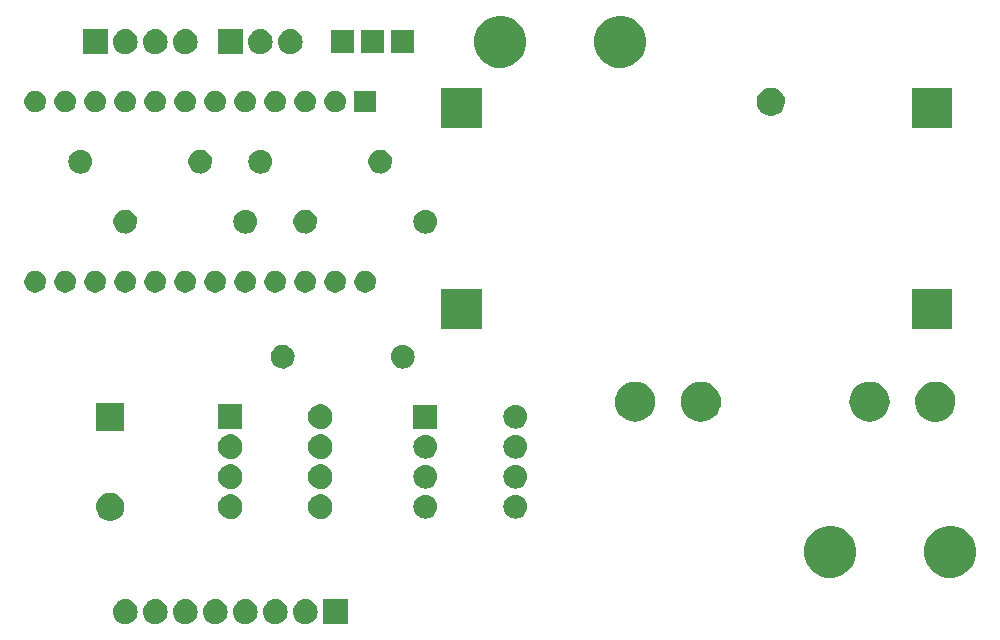
<source format=gbr>
%TF.GenerationSoftware,KiCad,Pcbnew,4.0.7*%
%TF.CreationDate,2017-12-18T22:12:30+01:00*%
%TF.ProjectId,LED,4C45442E6B696361645F706362000000,rev?*%
%TF.FileFunction,Soldermask,Top*%
%FSLAX46Y46*%
G04 Gerber Fmt 4.6, Leading zero omitted, Abs format (unit mm)*
G04 Created by KiCad (PCBNEW 4.0.7) date Mon Dec 18 22:12:30 2017*
%MOMM*%
%LPD*%
G01*
G04 APERTURE LIST*
%ADD10C,0.100000*%
G04 APERTURE END LIST*
D10*
G36*
X104351009Y-114536348D02*
X104351029Y-114536354D01*
X104351132Y-114536365D01*
X104546891Y-114596963D01*
X104727153Y-114694430D01*
X104885049Y-114825053D01*
X105014567Y-114983858D01*
X105110773Y-115164795D01*
X105170003Y-115360973D01*
X105190000Y-115564919D01*
X105190000Y-115575237D01*
X105189934Y-115584666D01*
X105189933Y-115584673D01*
X105189898Y-115589741D01*
X105167055Y-115793388D01*
X105105092Y-115988720D01*
X105006369Y-116168296D01*
X104874647Y-116325277D01*
X104714941Y-116453684D01*
X104533337Y-116548624D01*
X104336750Y-116606483D01*
X104336666Y-116606491D01*
X104336641Y-116606498D01*
X104132670Y-116625060D01*
X103928991Y-116603652D01*
X103928971Y-116603646D01*
X103928868Y-116603635D01*
X103733109Y-116543037D01*
X103552847Y-116445570D01*
X103394951Y-116314947D01*
X103265433Y-116156142D01*
X103169227Y-115975205D01*
X103109997Y-115779027D01*
X103090000Y-115575081D01*
X103090000Y-115564763D01*
X103090066Y-115555334D01*
X103090067Y-115555327D01*
X103090102Y-115550259D01*
X103112945Y-115346612D01*
X103174908Y-115151280D01*
X103273631Y-114971704D01*
X103405353Y-114814723D01*
X103565059Y-114686316D01*
X103746663Y-114591376D01*
X103943250Y-114533517D01*
X103943334Y-114533509D01*
X103943359Y-114533502D01*
X104147330Y-114514940D01*
X104351009Y-114536348D01*
X104351009Y-114536348D01*
G37*
G36*
X106891009Y-114536348D02*
X106891029Y-114536354D01*
X106891132Y-114536365D01*
X107086891Y-114596963D01*
X107267153Y-114694430D01*
X107425049Y-114825053D01*
X107554567Y-114983858D01*
X107650773Y-115164795D01*
X107710003Y-115360973D01*
X107730000Y-115564919D01*
X107730000Y-115575237D01*
X107729934Y-115584666D01*
X107729933Y-115584673D01*
X107729898Y-115589741D01*
X107707055Y-115793388D01*
X107645092Y-115988720D01*
X107546369Y-116168296D01*
X107414647Y-116325277D01*
X107254941Y-116453684D01*
X107073337Y-116548624D01*
X106876750Y-116606483D01*
X106876666Y-116606491D01*
X106876641Y-116606498D01*
X106672670Y-116625060D01*
X106468991Y-116603652D01*
X106468971Y-116603646D01*
X106468868Y-116603635D01*
X106273109Y-116543037D01*
X106092847Y-116445570D01*
X105934951Y-116314947D01*
X105805433Y-116156142D01*
X105709227Y-115975205D01*
X105649997Y-115779027D01*
X105630000Y-115575081D01*
X105630000Y-115564763D01*
X105630066Y-115555334D01*
X105630067Y-115555327D01*
X105630102Y-115550259D01*
X105652945Y-115346612D01*
X105714908Y-115151280D01*
X105813631Y-114971704D01*
X105945353Y-114814723D01*
X106105059Y-114686316D01*
X106286663Y-114591376D01*
X106483250Y-114533517D01*
X106483334Y-114533509D01*
X106483359Y-114533502D01*
X106687330Y-114514940D01*
X106891009Y-114536348D01*
X106891009Y-114536348D01*
G37*
G36*
X114511009Y-114536348D02*
X114511029Y-114536354D01*
X114511132Y-114536365D01*
X114706891Y-114596963D01*
X114887153Y-114694430D01*
X115045049Y-114825053D01*
X115174567Y-114983858D01*
X115270773Y-115164795D01*
X115330003Y-115360973D01*
X115350000Y-115564919D01*
X115350000Y-115575237D01*
X115349934Y-115584666D01*
X115349933Y-115584673D01*
X115349898Y-115589741D01*
X115327055Y-115793388D01*
X115265092Y-115988720D01*
X115166369Y-116168296D01*
X115034647Y-116325277D01*
X114874941Y-116453684D01*
X114693337Y-116548624D01*
X114496750Y-116606483D01*
X114496666Y-116606491D01*
X114496641Y-116606498D01*
X114292670Y-116625060D01*
X114088991Y-116603652D01*
X114088971Y-116603646D01*
X114088868Y-116603635D01*
X113893109Y-116543037D01*
X113712847Y-116445570D01*
X113554951Y-116314947D01*
X113425433Y-116156142D01*
X113329227Y-115975205D01*
X113269997Y-115779027D01*
X113250000Y-115575081D01*
X113250000Y-115564763D01*
X113250066Y-115555334D01*
X113250067Y-115555327D01*
X113250102Y-115550259D01*
X113272945Y-115346612D01*
X113334908Y-115151280D01*
X113433631Y-114971704D01*
X113565353Y-114814723D01*
X113725059Y-114686316D01*
X113906663Y-114591376D01*
X114103250Y-114533517D01*
X114103334Y-114533509D01*
X114103359Y-114533502D01*
X114307330Y-114514940D01*
X114511009Y-114536348D01*
X114511009Y-114536348D01*
G37*
G36*
X109431009Y-114536348D02*
X109431029Y-114536354D01*
X109431132Y-114536365D01*
X109626891Y-114596963D01*
X109807153Y-114694430D01*
X109965049Y-114825053D01*
X110094567Y-114983858D01*
X110190773Y-115164795D01*
X110250003Y-115360973D01*
X110270000Y-115564919D01*
X110270000Y-115575237D01*
X110269934Y-115584666D01*
X110269933Y-115584673D01*
X110269898Y-115589741D01*
X110247055Y-115793388D01*
X110185092Y-115988720D01*
X110086369Y-116168296D01*
X109954647Y-116325277D01*
X109794941Y-116453684D01*
X109613337Y-116548624D01*
X109416750Y-116606483D01*
X109416666Y-116606491D01*
X109416641Y-116606498D01*
X109212670Y-116625060D01*
X109008991Y-116603652D01*
X109008971Y-116603646D01*
X109008868Y-116603635D01*
X108813109Y-116543037D01*
X108632847Y-116445570D01*
X108474951Y-116314947D01*
X108345433Y-116156142D01*
X108249227Y-115975205D01*
X108189997Y-115779027D01*
X108170000Y-115575081D01*
X108170000Y-115564763D01*
X108170066Y-115555334D01*
X108170067Y-115555327D01*
X108170102Y-115550259D01*
X108192945Y-115346612D01*
X108254908Y-115151280D01*
X108353631Y-114971704D01*
X108485353Y-114814723D01*
X108645059Y-114686316D01*
X108826663Y-114591376D01*
X109023250Y-114533517D01*
X109023334Y-114533509D01*
X109023359Y-114533502D01*
X109227330Y-114514940D01*
X109431009Y-114536348D01*
X109431009Y-114536348D01*
G37*
G36*
X117051009Y-114536348D02*
X117051029Y-114536354D01*
X117051132Y-114536365D01*
X117246891Y-114596963D01*
X117427153Y-114694430D01*
X117585049Y-114825053D01*
X117714567Y-114983858D01*
X117810773Y-115164795D01*
X117870003Y-115360973D01*
X117890000Y-115564919D01*
X117890000Y-115575237D01*
X117889934Y-115584666D01*
X117889933Y-115584673D01*
X117889898Y-115589741D01*
X117867055Y-115793388D01*
X117805092Y-115988720D01*
X117706369Y-116168296D01*
X117574647Y-116325277D01*
X117414941Y-116453684D01*
X117233337Y-116548624D01*
X117036750Y-116606483D01*
X117036666Y-116606491D01*
X117036641Y-116606498D01*
X116832670Y-116625060D01*
X116628991Y-116603652D01*
X116628971Y-116603646D01*
X116628868Y-116603635D01*
X116433109Y-116543037D01*
X116252847Y-116445570D01*
X116094951Y-116314947D01*
X115965433Y-116156142D01*
X115869227Y-115975205D01*
X115809997Y-115779027D01*
X115790000Y-115575081D01*
X115790000Y-115564763D01*
X115790066Y-115555334D01*
X115790067Y-115555327D01*
X115790102Y-115550259D01*
X115812945Y-115346612D01*
X115874908Y-115151280D01*
X115973631Y-114971704D01*
X116105353Y-114814723D01*
X116265059Y-114686316D01*
X116446663Y-114591376D01*
X116643250Y-114533517D01*
X116643334Y-114533509D01*
X116643359Y-114533502D01*
X116847330Y-114514940D01*
X117051009Y-114536348D01*
X117051009Y-114536348D01*
G37*
G36*
X111971009Y-114536348D02*
X111971029Y-114536354D01*
X111971132Y-114536365D01*
X112166891Y-114596963D01*
X112347153Y-114694430D01*
X112505049Y-114825053D01*
X112634567Y-114983858D01*
X112730773Y-115164795D01*
X112790003Y-115360973D01*
X112810000Y-115564919D01*
X112810000Y-115575237D01*
X112809934Y-115584666D01*
X112809933Y-115584673D01*
X112809898Y-115589741D01*
X112787055Y-115793388D01*
X112725092Y-115988720D01*
X112626369Y-116168296D01*
X112494647Y-116325277D01*
X112334941Y-116453684D01*
X112153337Y-116548624D01*
X111956750Y-116606483D01*
X111956666Y-116606491D01*
X111956641Y-116606498D01*
X111752670Y-116625060D01*
X111548991Y-116603652D01*
X111548971Y-116603646D01*
X111548868Y-116603635D01*
X111353109Y-116543037D01*
X111172847Y-116445570D01*
X111014951Y-116314947D01*
X110885433Y-116156142D01*
X110789227Y-115975205D01*
X110729997Y-115779027D01*
X110710000Y-115575081D01*
X110710000Y-115564763D01*
X110710066Y-115555334D01*
X110710067Y-115555327D01*
X110710102Y-115550259D01*
X110732945Y-115346612D01*
X110794908Y-115151280D01*
X110893631Y-114971704D01*
X111025353Y-114814723D01*
X111185059Y-114686316D01*
X111366663Y-114591376D01*
X111563250Y-114533517D01*
X111563334Y-114533509D01*
X111563359Y-114533502D01*
X111767330Y-114514940D01*
X111971009Y-114536348D01*
X111971009Y-114536348D01*
G37*
G36*
X119591009Y-114536348D02*
X119591029Y-114536354D01*
X119591132Y-114536365D01*
X119786891Y-114596963D01*
X119967153Y-114694430D01*
X120125049Y-114825053D01*
X120254567Y-114983858D01*
X120350773Y-115164795D01*
X120410003Y-115360973D01*
X120430000Y-115564919D01*
X120430000Y-115575237D01*
X120429934Y-115584666D01*
X120429933Y-115584673D01*
X120429898Y-115589741D01*
X120407055Y-115793388D01*
X120345092Y-115988720D01*
X120246369Y-116168296D01*
X120114647Y-116325277D01*
X119954941Y-116453684D01*
X119773337Y-116548624D01*
X119576750Y-116606483D01*
X119576666Y-116606491D01*
X119576641Y-116606498D01*
X119372670Y-116625060D01*
X119168991Y-116603652D01*
X119168971Y-116603646D01*
X119168868Y-116603635D01*
X118973109Y-116543037D01*
X118792847Y-116445570D01*
X118634951Y-116314947D01*
X118505433Y-116156142D01*
X118409227Y-115975205D01*
X118349997Y-115779027D01*
X118330000Y-115575081D01*
X118330000Y-115564763D01*
X118330066Y-115555334D01*
X118330067Y-115555327D01*
X118330102Y-115550259D01*
X118352945Y-115346612D01*
X118414908Y-115151280D01*
X118513631Y-114971704D01*
X118645353Y-114814723D01*
X118805059Y-114686316D01*
X118986663Y-114591376D01*
X119183250Y-114533517D01*
X119183334Y-114533509D01*
X119183359Y-114533502D01*
X119387330Y-114514940D01*
X119591009Y-114536348D01*
X119591009Y-114536348D01*
G37*
G36*
X122970000Y-116620000D02*
X120870000Y-116620000D01*
X120870000Y-114520000D01*
X122970000Y-114520000D01*
X122970000Y-116620000D01*
X122970000Y-116620000D01*
G37*
G36*
X164061102Y-108291210D02*
X164483782Y-108377974D01*
X164881557Y-108545183D01*
X165239284Y-108786473D01*
X165543326Y-109092644D01*
X165782111Y-109452045D01*
X165946540Y-109850981D01*
X166030179Y-110273386D01*
X166030179Y-110273418D01*
X166030344Y-110274254D01*
X166023462Y-110767099D01*
X166023272Y-110767934D01*
X166023272Y-110767958D01*
X165927871Y-111187872D01*
X165752368Y-111582057D01*
X165503640Y-111934651D01*
X165191169Y-112232213D01*
X164826849Y-112463418D01*
X164424553Y-112619458D01*
X163999620Y-112694385D01*
X163568218Y-112685349D01*
X163146793Y-112592693D01*
X162751391Y-112419945D01*
X162397068Y-112173684D01*
X162097332Y-111863298D01*
X161863589Y-111500600D01*
X161704744Y-111099405D01*
X161626852Y-110675006D01*
X161632877Y-110243550D01*
X161722588Y-109821493D01*
X161892573Y-109424889D01*
X162136350Y-109068860D01*
X162444642Y-108766960D01*
X162805697Y-108530691D01*
X163205771Y-108369052D01*
X163629621Y-108288198D01*
X164061102Y-108291210D01*
X164061102Y-108291210D01*
G37*
G36*
X174221102Y-108291210D02*
X174643782Y-108377974D01*
X175041557Y-108545183D01*
X175399284Y-108786473D01*
X175703326Y-109092644D01*
X175942111Y-109452045D01*
X176106540Y-109850981D01*
X176190179Y-110273386D01*
X176190179Y-110273418D01*
X176190344Y-110274254D01*
X176183462Y-110767099D01*
X176183272Y-110767934D01*
X176183272Y-110767958D01*
X176087871Y-111187872D01*
X175912368Y-111582057D01*
X175663640Y-111934651D01*
X175351169Y-112232213D01*
X174986849Y-112463418D01*
X174584553Y-112619458D01*
X174159620Y-112694385D01*
X173728218Y-112685349D01*
X173306793Y-112592693D01*
X172911391Y-112419945D01*
X172557068Y-112173684D01*
X172257332Y-111863298D01*
X172023589Y-111500600D01*
X171864744Y-111099405D01*
X171786852Y-110675006D01*
X171792877Y-110243550D01*
X171882588Y-109821493D01*
X172052573Y-109424889D01*
X172296350Y-109068860D01*
X172604642Y-108766960D01*
X172965697Y-108530691D01*
X173365771Y-108369052D01*
X173789621Y-108288198D01*
X174221102Y-108291210D01*
X174221102Y-108291210D01*
G37*
G36*
X102996041Y-105480794D02*
X103226569Y-105528115D01*
X103443512Y-105619309D01*
X103638616Y-105750908D01*
X103804437Y-105917890D01*
X103934669Y-106113906D01*
X104024348Y-106331484D01*
X104069886Y-106561465D01*
X104069886Y-106561498D01*
X104070051Y-106562334D01*
X104066298Y-106831128D01*
X104066107Y-106831967D01*
X104066107Y-106831988D01*
X104014165Y-107060616D01*
X103918447Y-107275601D01*
X103782795Y-107467901D01*
X103612372Y-107630191D01*
X103413673Y-107756290D01*
X103194265Y-107841393D01*
X102962511Y-107882257D01*
X102727225Y-107877329D01*
X102497383Y-107826795D01*
X102281735Y-107732580D01*
X102088487Y-107598269D01*
X101925016Y-107428991D01*
X101797530Y-107231171D01*
X101710899Y-107012366D01*
X101668417Y-106780903D01*
X101671703Y-106545586D01*
X101720630Y-106315402D01*
X101813340Y-106099095D01*
X101946294Y-105904920D01*
X102114433Y-105740266D01*
X102311353Y-105611406D01*
X102529549Y-105523248D01*
X102760714Y-105479152D01*
X102996041Y-105480794D01*
X102996041Y-105480794D01*
G37*
G36*
X113139047Y-105642486D02*
X113338492Y-105683427D01*
X113526184Y-105762325D01*
X113694979Y-105876179D01*
X113838446Y-106020650D01*
X113951116Y-106190233D01*
X114028704Y-106378476D01*
X114068079Y-106577330D01*
X114068079Y-106577363D01*
X114068244Y-106578199D01*
X114064997Y-106810751D01*
X114064806Y-106811590D01*
X114064806Y-106811611D01*
X114019894Y-107009296D01*
X113937082Y-107195294D01*
X113819720Y-107361666D01*
X113672274Y-107502076D01*
X113500367Y-107611172D01*
X113310547Y-107684798D01*
X113110037Y-107720153D01*
X112906475Y-107715890D01*
X112707622Y-107672168D01*
X112521054Y-107590659D01*
X112353860Y-107474456D01*
X112212431Y-107328003D01*
X112102135Y-107156856D01*
X112027183Y-106967551D01*
X111990430Y-106767298D01*
X111993273Y-106563709D01*
X112035603Y-106364562D01*
X112115812Y-106177420D01*
X112230840Y-106009426D01*
X112376310Y-105866972D01*
X112546676Y-105755487D01*
X112735453Y-105679216D01*
X112935450Y-105641065D01*
X113139047Y-105642486D01*
X113139047Y-105642486D01*
G37*
G36*
X120759047Y-105642486D02*
X120958492Y-105683427D01*
X121146184Y-105762325D01*
X121314979Y-105876179D01*
X121458446Y-106020650D01*
X121571116Y-106190233D01*
X121648704Y-106378476D01*
X121688079Y-106577330D01*
X121688079Y-106577363D01*
X121688244Y-106578199D01*
X121684997Y-106810751D01*
X121684806Y-106811590D01*
X121684806Y-106811611D01*
X121639894Y-107009296D01*
X121557082Y-107195294D01*
X121439720Y-107361666D01*
X121292274Y-107502076D01*
X121120367Y-107611172D01*
X120930547Y-107684798D01*
X120730037Y-107720153D01*
X120526475Y-107715890D01*
X120327622Y-107672168D01*
X120141054Y-107590659D01*
X119973860Y-107474456D01*
X119832431Y-107328003D01*
X119722135Y-107156856D01*
X119647183Y-106967551D01*
X119610430Y-106767298D01*
X119613273Y-106563709D01*
X119655603Y-106364562D01*
X119735812Y-106177420D01*
X119850840Y-106009426D01*
X119996310Y-105866972D01*
X120166676Y-105755487D01*
X120355453Y-105679216D01*
X120555450Y-105641065D01*
X120759047Y-105642486D01*
X120759047Y-105642486D01*
G37*
G36*
X129553726Y-105680061D02*
X129553733Y-105680062D01*
X129558801Y-105680097D01*
X129752751Y-105701852D01*
X129938781Y-105760865D01*
X130109806Y-105854887D01*
X130259312Y-105980337D01*
X130381603Y-106132437D01*
X130472023Y-106305393D01*
X130527126Y-106492619D01*
X130527134Y-106492703D01*
X130527141Y-106492728D01*
X130544819Y-106686981D01*
X130524431Y-106880955D01*
X130524425Y-106880975D01*
X130524414Y-106881078D01*
X130466702Y-107067516D01*
X130373877Y-107239193D01*
X130249473Y-107389571D01*
X130098231Y-107512921D01*
X129925909Y-107604546D01*
X129739073Y-107660955D01*
X129544839Y-107680000D01*
X129535004Y-107680000D01*
X129526274Y-107679939D01*
X129526267Y-107679938D01*
X129521199Y-107679903D01*
X129327249Y-107658148D01*
X129141219Y-107599135D01*
X128970194Y-107505113D01*
X128820688Y-107379663D01*
X128698397Y-107227563D01*
X128607977Y-107054607D01*
X128552874Y-106867381D01*
X128552866Y-106867297D01*
X128552859Y-106867272D01*
X128535181Y-106673019D01*
X128555569Y-106479045D01*
X128555575Y-106479025D01*
X128555586Y-106478922D01*
X128613298Y-106292484D01*
X128706123Y-106120807D01*
X128830527Y-105970429D01*
X128981769Y-105847079D01*
X129154091Y-105755454D01*
X129340927Y-105699045D01*
X129535161Y-105680000D01*
X129544996Y-105680000D01*
X129553726Y-105680061D01*
X129553726Y-105680061D01*
G37*
G36*
X137173726Y-105680061D02*
X137173733Y-105680062D01*
X137178801Y-105680097D01*
X137372751Y-105701852D01*
X137558781Y-105760865D01*
X137729806Y-105854887D01*
X137879312Y-105980337D01*
X138001603Y-106132437D01*
X138092023Y-106305393D01*
X138147126Y-106492619D01*
X138147134Y-106492703D01*
X138147141Y-106492728D01*
X138164819Y-106686981D01*
X138144431Y-106880955D01*
X138144425Y-106880975D01*
X138144414Y-106881078D01*
X138086702Y-107067516D01*
X137993877Y-107239193D01*
X137869473Y-107389571D01*
X137718231Y-107512921D01*
X137545909Y-107604546D01*
X137359073Y-107660955D01*
X137164839Y-107680000D01*
X137155004Y-107680000D01*
X137146274Y-107679939D01*
X137146267Y-107679938D01*
X137141199Y-107679903D01*
X136947249Y-107658148D01*
X136761219Y-107599135D01*
X136590194Y-107505113D01*
X136440688Y-107379663D01*
X136318397Y-107227563D01*
X136227977Y-107054607D01*
X136172874Y-106867381D01*
X136172866Y-106867297D01*
X136172859Y-106867272D01*
X136155181Y-106673019D01*
X136175569Y-106479045D01*
X136175575Y-106479025D01*
X136175586Y-106478922D01*
X136233298Y-106292484D01*
X136326123Y-106120807D01*
X136450527Y-105970429D01*
X136601769Y-105847079D01*
X136774091Y-105755454D01*
X136960927Y-105699045D01*
X137155161Y-105680000D01*
X137164996Y-105680000D01*
X137173726Y-105680061D01*
X137173726Y-105680061D01*
G37*
G36*
X120759047Y-103102486D02*
X120958492Y-103143427D01*
X121146184Y-103222325D01*
X121314979Y-103336179D01*
X121458446Y-103480650D01*
X121571116Y-103650233D01*
X121648704Y-103838476D01*
X121688079Y-104037330D01*
X121688079Y-104037363D01*
X121688244Y-104038199D01*
X121684997Y-104270751D01*
X121684806Y-104271590D01*
X121684806Y-104271611D01*
X121639894Y-104469296D01*
X121557082Y-104655294D01*
X121439720Y-104821666D01*
X121292274Y-104962076D01*
X121120367Y-105071172D01*
X120930547Y-105144798D01*
X120730037Y-105180153D01*
X120526475Y-105175890D01*
X120327622Y-105132168D01*
X120141054Y-105050659D01*
X119973860Y-104934456D01*
X119832431Y-104788003D01*
X119722135Y-104616856D01*
X119647183Y-104427551D01*
X119610430Y-104227298D01*
X119613273Y-104023709D01*
X119655603Y-103824562D01*
X119735812Y-103637420D01*
X119850840Y-103469426D01*
X119996310Y-103326972D01*
X120166676Y-103215487D01*
X120355453Y-103139216D01*
X120555450Y-103101065D01*
X120759047Y-103102486D01*
X120759047Y-103102486D01*
G37*
G36*
X113139047Y-103102486D02*
X113338492Y-103143427D01*
X113526184Y-103222325D01*
X113694979Y-103336179D01*
X113838446Y-103480650D01*
X113951116Y-103650233D01*
X114028704Y-103838476D01*
X114068079Y-104037330D01*
X114068079Y-104037363D01*
X114068244Y-104038199D01*
X114064997Y-104270751D01*
X114064806Y-104271590D01*
X114064806Y-104271611D01*
X114019894Y-104469296D01*
X113937082Y-104655294D01*
X113819720Y-104821666D01*
X113672274Y-104962076D01*
X113500367Y-105071172D01*
X113310547Y-105144798D01*
X113110037Y-105180153D01*
X112906475Y-105175890D01*
X112707622Y-105132168D01*
X112521054Y-105050659D01*
X112353860Y-104934456D01*
X112212431Y-104788003D01*
X112102135Y-104616856D01*
X112027183Y-104427551D01*
X111990430Y-104227298D01*
X111993273Y-104023709D01*
X112035603Y-103824562D01*
X112115812Y-103637420D01*
X112230840Y-103469426D01*
X112376310Y-103326972D01*
X112546676Y-103215487D01*
X112735453Y-103139216D01*
X112935450Y-103101065D01*
X113139047Y-103102486D01*
X113139047Y-103102486D01*
G37*
G36*
X137173726Y-103140061D02*
X137173733Y-103140062D01*
X137178801Y-103140097D01*
X137372751Y-103161852D01*
X137558781Y-103220865D01*
X137729806Y-103314887D01*
X137879312Y-103440337D01*
X138001603Y-103592437D01*
X138092023Y-103765393D01*
X138147126Y-103952619D01*
X138147134Y-103952703D01*
X138147141Y-103952728D01*
X138164819Y-104146981D01*
X138144431Y-104340955D01*
X138144425Y-104340975D01*
X138144414Y-104341078D01*
X138086702Y-104527516D01*
X137993877Y-104699193D01*
X137869473Y-104849571D01*
X137718231Y-104972921D01*
X137545909Y-105064546D01*
X137359073Y-105120955D01*
X137164839Y-105140000D01*
X137155004Y-105140000D01*
X137146274Y-105139939D01*
X137146267Y-105139938D01*
X137141199Y-105139903D01*
X136947249Y-105118148D01*
X136761219Y-105059135D01*
X136590194Y-104965113D01*
X136440688Y-104839663D01*
X136318397Y-104687563D01*
X136227977Y-104514607D01*
X136172874Y-104327381D01*
X136172866Y-104327297D01*
X136172859Y-104327272D01*
X136155181Y-104133019D01*
X136175569Y-103939045D01*
X136175575Y-103939025D01*
X136175586Y-103938922D01*
X136233298Y-103752484D01*
X136326123Y-103580807D01*
X136450527Y-103430429D01*
X136601769Y-103307079D01*
X136774091Y-103215454D01*
X136960927Y-103159045D01*
X137155161Y-103140000D01*
X137164996Y-103140000D01*
X137173726Y-103140061D01*
X137173726Y-103140061D01*
G37*
G36*
X129553726Y-103140061D02*
X129553733Y-103140062D01*
X129558801Y-103140097D01*
X129752751Y-103161852D01*
X129938781Y-103220865D01*
X130109806Y-103314887D01*
X130259312Y-103440337D01*
X130381603Y-103592437D01*
X130472023Y-103765393D01*
X130527126Y-103952619D01*
X130527134Y-103952703D01*
X130527141Y-103952728D01*
X130544819Y-104146981D01*
X130524431Y-104340955D01*
X130524425Y-104340975D01*
X130524414Y-104341078D01*
X130466702Y-104527516D01*
X130373877Y-104699193D01*
X130249473Y-104849571D01*
X130098231Y-104972921D01*
X129925909Y-105064546D01*
X129739073Y-105120955D01*
X129544839Y-105140000D01*
X129535004Y-105140000D01*
X129526274Y-105139939D01*
X129526267Y-105139938D01*
X129521199Y-105139903D01*
X129327249Y-105118148D01*
X129141219Y-105059135D01*
X128970194Y-104965113D01*
X128820688Y-104839663D01*
X128698397Y-104687563D01*
X128607977Y-104514607D01*
X128552874Y-104327381D01*
X128552866Y-104327297D01*
X128552859Y-104327272D01*
X128535181Y-104133019D01*
X128555569Y-103939045D01*
X128555575Y-103939025D01*
X128555586Y-103938922D01*
X128613298Y-103752484D01*
X128706123Y-103580807D01*
X128830527Y-103430429D01*
X128981769Y-103307079D01*
X129154091Y-103215454D01*
X129340927Y-103159045D01*
X129535161Y-103140000D01*
X129544996Y-103140000D01*
X129553726Y-103140061D01*
X129553726Y-103140061D01*
G37*
G36*
X120759047Y-100562486D02*
X120958492Y-100603427D01*
X121146184Y-100682325D01*
X121314979Y-100796179D01*
X121458446Y-100940650D01*
X121571116Y-101110233D01*
X121648704Y-101298476D01*
X121688079Y-101497330D01*
X121688079Y-101497363D01*
X121688244Y-101498199D01*
X121684997Y-101730751D01*
X121684806Y-101731590D01*
X121684806Y-101731611D01*
X121639894Y-101929296D01*
X121557082Y-102115294D01*
X121439720Y-102281666D01*
X121292274Y-102422076D01*
X121120367Y-102531172D01*
X120930547Y-102604798D01*
X120730037Y-102640153D01*
X120526475Y-102635890D01*
X120327622Y-102592168D01*
X120141054Y-102510659D01*
X119973860Y-102394456D01*
X119832431Y-102248003D01*
X119722135Y-102076856D01*
X119647183Y-101887551D01*
X119610430Y-101687298D01*
X119613273Y-101483709D01*
X119655603Y-101284562D01*
X119735812Y-101097420D01*
X119850840Y-100929426D01*
X119996310Y-100786972D01*
X120166676Y-100675487D01*
X120355453Y-100599216D01*
X120555450Y-100561065D01*
X120759047Y-100562486D01*
X120759047Y-100562486D01*
G37*
G36*
X113139047Y-100562486D02*
X113338492Y-100603427D01*
X113526184Y-100682325D01*
X113694979Y-100796179D01*
X113838446Y-100940650D01*
X113951116Y-101110233D01*
X114028704Y-101298476D01*
X114068079Y-101497330D01*
X114068079Y-101497363D01*
X114068244Y-101498199D01*
X114064997Y-101730751D01*
X114064806Y-101731590D01*
X114064806Y-101731611D01*
X114019894Y-101929296D01*
X113937082Y-102115294D01*
X113819720Y-102281666D01*
X113672274Y-102422076D01*
X113500367Y-102531172D01*
X113310547Y-102604798D01*
X113110037Y-102640153D01*
X112906475Y-102635890D01*
X112707622Y-102592168D01*
X112521054Y-102510659D01*
X112353860Y-102394456D01*
X112212431Y-102248003D01*
X112102135Y-102076856D01*
X112027183Y-101887551D01*
X111990430Y-101687298D01*
X111993273Y-101483709D01*
X112035603Y-101284562D01*
X112115812Y-101097420D01*
X112230840Y-100929426D01*
X112376310Y-100786972D01*
X112546676Y-100675487D01*
X112735453Y-100599216D01*
X112935450Y-100561065D01*
X113139047Y-100562486D01*
X113139047Y-100562486D01*
G37*
G36*
X137173726Y-100600061D02*
X137173733Y-100600062D01*
X137178801Y-100600097D01*
X137372751Y-100621852D01*
X137558781Y-100680865D01*
X137729806Y-100774887D01*
X137879312Y-100900337D01*
X138001603Y-101052437D01*
X138092023Y-101225393D01*
X138147126Y-101412619D01*
X138147134Y-101412703D01*
X138147141Y-101412728D01*
X138164819Y-101606981D01*
X138144431Y-101800955D01*
X138144425Y-101800975D01*
X138144414Y-101801078D01*
X138086702Y-101987516D01*
X137993877Y-102159193D01*
X137869473Y-102309571D01*
X137718231Y-102432921D01*
X137545909Y-102524546D01*
X137359073Y-102580955D01*
X137164839Y-102600000D01*
X137155004Y-102600000D01*
X137146274Y-102599939D01*
X137146267Y-102599938D01*
X137141199Y-102599903D01*
X136947249Y-102578148D01*
X136761219Y-102519135D01*
X136590194Y-102425113D01*
X136440688Y-102299663D01*
X136318397Y-102147563D01*
X136227977Y-101974607D01*
X136172874Y-101787381D01*
X136172866Y-101787297D01*
X136172859Y-101787272D01*
X136155181Y-101593019D01*
X136175569Y-101399045D01*
X136175575Y-101399025D01*
X136175586Y-101398922D01*
X136233298Y-101212484D01*
X136326123Y-101040807D01*
X136450527Y-100890429D01*
X136601769Y-100767079D01*
X136774091Y-100675454D01*
X136960927Y-100619045D01*
X137155161Y-100600000D01*
X137164996Y-100600000D01*
X137173726Y-100600061D01*
X137173726Y-100600061D01*
G37*
G36*
X129553726Y-100600061D02*
X129553733Y-100600062D01*
X129558801Y-100600097D01*
X129752751Y-100621852D01*
X129938781Y-100680865D01*
X130109806Y-100774887D01*
X130259312Y-100900337D01*
X130381603Y-101052437D01*
X130472023Y-101225393D01*
X130527126Y-101412619D01*
X130527134Y-101412703D01*
X130527141Y-101412728D01*
X130544819Y-101606981D01*
X130524431Y-101800955D01*
X130524425Y-101800975D01*
X130524414Y-101801078D01*
X130466702Y-101987516D01*
X130373877Y-102159193D01*
X130249473Y-102309571D01*
X130098231Y-102432921D01*
X129925909Y-102524546D01*
X129739073Y-102580955D01*
X129544839Y-102600000D01*
X129535004Y-102600000D01*
X129526274Y-102599939D01*
X129526267Y-102599938D01*
X129521199Y-102599903D01*
X129327249Y-102578148D01*
X129141219Y-102519135D01*
X128970194Y-102425113D01*
X128820688Y-102299663D01*
X128698397Y-102147563D01*
X128607977Y-101974607D01*
X128552874Y-101787381D01*
X128552866Y-101787297D01*
X128552859Y-101787272D01*
X128535181Y-101593019D01*
X128555569Y-101399045D01*
X128555575Y-101399025D01*
X128555586Y-101398922D01*
X128613298Y-101212484D01*
X128706123Y-101040807D01*
X128830527Y-100890429D01*
X128981769Y-100767079D01*
X129154091Y-100675454D01*
X129340927Y-100619045D01*
X129535161Y-100600000D01*
X129544996Y-100600000D01*
X129553726Y-100600061D01*
X129553726Y-100600061D01*
G37*
G36*
X104070000Y-100280000D02*
X101670000Y-100280000D01*
X101670000Y-97880000D01*
X104070000Y-97880000D01*
X104070000Y-100280000D01*
X104070000Y-100280000D01*
G37*
G36*
X120759047Y-98022486D02*
X120958492Y-98063427D01*
X121146184Y-98142325D01*
X121314979Y-98256179D01*
X121458446Y-98400650D01*
X121571116Y-98570233D01*
X121648704Y-98758476D01*
X121688079Y-98957330D01*
X121688079Y-98957363D01*
X121688244Y-98958199D01*
X121684997Y-99190751D01*
X121684806Y-99191590D01*
X121684806Y-99191611D01*
X121639894Y-99389296D01*
X121557082Y-99575294D01*
X121439720Y-99741666D01*
X121292274Y-99882076D01*
X121120367Y-99991172D01*
X120930547Y-100064798D01*
X120730037Y-100100153D01*
X120526475Y-100095890D01*
X120327622Y-100052168D01*
X120141054Y-99970659D01*
X119973860Y-99854456D01*
X119832431Y-99708003D01*
X119722135Y-99536856D01*
X119647183Y-99347551D01*
X119610430Y-99147298D01*
X119613273Y-98943709D01*
X119655603Y-98744562D01*
X119735812Y-98557420D01*
X119850840Y-98389426D01*
X119996310Y-98246972D01*
X120166676Y-98135487D01*
X120355453Y-98059216D01*
X120555450Y-98021065D01*
X120759047Y-98022486D01*
X120759047Y-98022486D01*
G37*
G36*
X114068200Y-100098200D02*
X111991800Y-100098200D01*
X111991800Y-98021800D01*
X114068200Y-98021800D01*
X114068200Y-100098200D01*
X114068200Y-100098200D01*
G37*
G36*
X130540000Y-100060000D02*
X128540000Y-100060000D01*
X128540000Y-98060000D01*
X130540000Y-98060000D01*
X130540000Y-100060000D01*
X130540000Y-100060000D01*
G37*
G36*
X137173726Y-98060061D02*
X137173733Y-98060062D01*
X137178801Y-98060097D01*
X137372751Y-98081852D01*
X137558781Y-98140865D01*
X137729806Y-98234887D01*
X137879312Y-98360337D01*
X138001603Y-98512437D01*
X138092023Y-98685393D01*
X138147126Y-98872619D01*
X138147134Y-98872703D01*
X138147141Y-98872728D01*
X138164819Y-99066981D01*
X138144431Y-99260955D01*
X138144425Y-99260975D01*
X138144414Y-99261078D01*
X138086702Y-99447516D01*
X137993877Y-99619193D01*
X137869473Y-99769571D01*
X137718231Y-99892921D01*
X137545909Y-99984546D01*
X137359073Y-100040955D01*
X137164839Y-100060000D01*
X137155004Y-100060000D01*
X137146274Y-100059939D01*
X137146267Y-100059938D01*
X137141199Y-100059903D01*
X136947249Y-100038148D01*
X136761219Y-99979135D01*
X136590194Y-99885113D01*
X136440688Y-99759663D01*
X136318397Y-99607563D01*
X136227977Y-99434607D01*
X136172874Y-99247381D01*
X136172866Y-99247297D01*
X136172859Y-99247272D01*
X136155181Y-99053019D01*
X136175569Y-98859045D01*
X136175575Y-98859025D01*
X136175586Y-98858922D01*
X136233298Y-98672484D01*
X136326123Y-98500807D01*
X136450527Y-98350429D01*
X136601769Y-98227079D01*
X136774091Y-98135454D01*
X136960927Y-98079045D01*
X137155161Y-98060000D01*
X137164996Y-98060000D01*
X137173726Y-98060061D01*
X137173726Y-98060061D01*
G37*
G36*
X172898558Y-96091127D02*
X173225138Y-96158165D01*
X173532475Y-96287357D01*
X173808869Y-96473788D01*
X174043783Y-96710347D01*
X174228279Y-96988035D01*
X174355323Y-97296269D01*
X174419907Y-97622439D01*
X174419907Y-97622466D01*
X174420073Y-97623306D01*
X174414756Y-98004097D01*
X174414565Y-98004936D01*
X174414565Y-98004957D01*
X174340898Y-98329205D01*
X174205298Y-98633766D01*
X174013122Y-98906192D01*
X173771690Y-99136105D01*
X173490206Y-99314741D01*
X173179375Y-99435304D01*
X172851056Y-99493195D01*
X172517736Y-99486214D01*
X172192127Y-99414624D01*
X171886624Y-99281153D01*
X171612862Y-99090883D01*
X171381270Y-98851062D01*
X171200673Y-98570830D01*
X171077942Y-98260849D01*
X171017760Y-97932944D01*
X171022416Y-97599587D01*
X171091731Y-97273481D01*
X171223067Y-96967053D01*
X171411419Y-96691971D01*
X171649617Y-96458711D01*
X171928583Y-96276160D01*
X172237696Y-96151271D01*
X172565179Y-96088800D01*
X172898558Y-96091127D01*
X172898558Y-96091127D01*
G37*
G36*
X167196887Y-96090129D02*
X167196901Y-96090131D01*
X167201962Y-96090166D01*
X167531676Y-96127149D01*
X167847927Y-96227470D01*
X168138670Y-96387307D01*
X168392830Y-96600572D01*
X168600725Y-96859143D01*
X168754439Y-97153169D01*
X168848114Y-97471452D01*
X168848122Y-97471539D01*
X168848128Y-97471560D01*
X168878189Y-97801868D01*
X168843521Y-98131709D01*
X168843515Y-98131729D01*
X168843504Y-98131832D01*
X168745393Y-98448776D01*
X168587590Y-98740628D01*
X168376104Y-98996270D01*
X168118992Y-99205966D01*
X167826046Y-99361728D01*
X167508424Y-99457624D01*
X167178226Y-99490000D01*
X167161614Y-99490000D01*
X167143113Y-99489871D01*
X167143099Y-99489869D01*
X167138038Y-99489834D01*
X166808324Y-99452851D01*
X166492073Y-99352530D01*
X166201330Y-99192693D01*
X165947170Y-98979428D01*
X165739275Y-98720857D01*
X165585561Y-98426831D01*
X165491886Y-98108548D01*
X165491878Y-98108461D01*
X165491872Y-98108440D01*
X165461811Y-97778132D01*
X165496479Y-97448291D01*
X165496485Y-97448271D01*
X165496496Y-97448168D01*
X165594607Y-97131224D01*
X165752410Y-96839372D01*
X165963896Y-96583730D01*
X166221008Y-96374034D01*
X166513954Y-96218272D01*
X166831576Y-96122376D01*
X167161774Y-96090000D01*
X167178386Y-96090000D01*
X167196887Y-96090129D01*
X167196887Y-96090129D01*
G37*
G36*
X152896887Y-96090129D02*
X152896901Y-96090131D01*
X152901962Y-96090166D01*
X153231676Y-96127149D01*
X153547927Y-96227470D01*
X153838670Y-96387307D01*
X154092830Y-96600572D01*
X154300725Y-96859143D01*
X154454439Y-97153169D01*
X154548114Y-97471452D01*
X154548122Y-97471539D01*
X154548128Y-97471560D01*
X154578189Y-97801868D01*
X154543521Y-98131709D01*
X154543515Y-98131729D01*
X154543504Y-98131832D01*
X154445393Y-98448776D01*
X154287590Y-98740628D01*
X154076104Y-98996270D01*
X153818992Y-99205966D01*
X153526046Y-99361728D01*
X153208424Y-99457624D01*
X152878226Y-99490000D01*
X152861614Y-99490000D01*
X152843113Y-99489871D01*
X152843099Y-99489869D01*
X152838038Y-99489834D01*
X152508324Y-99452851D01*
X152192073Y-99352530D01*
X151901330Y-99192693D01*
X151647170Y-98979428D01*
X151439275Y-98720857D01*
X151285561Y-98426831D01*
X151191886Y-98108548D01*
X151191878Y-98108461D01*
X151191872Y-98108440D01*
X151161811Y-97778132D01*
X151196479Y-97448291D01*
X151196485Y-97448271D01*
X151196496Y-97448168D01*
X151294607Y-97131224D01*
X151452410Y-96839372D01*
X151663896Y-96583730D01*
X151921008Y-96374034D01*
X152213954Y-96218272D01*
X152531576Y-96122376D01*
X152861774Y-96090000D01*
X152878386Y-96090000D01*
X152896887Y-96090129D01*
X152896887Y-96090129D01*
G37*
G36*
X147346887Y-96090129D02*
X147346901Y-96090131D01*
X147351962Y-96090166D01*
X147681676Y-96127149D01*
X147997927Y-96227470D01*
X148288670Y-96387307D01*
X148542830Y-96600572D01*
X148750725Y-96859143D01*
X148904439Y-97153169D01*
X148998114Y-97471452D01*
X148998122Y-97471539D01*
X148998128Y-97471560D01*
X149028189Y-97801868D01*
X148993521Y-98131709D01*
X148993515Y-98131729D01*
X148993504Y-98131832D01*
X148895393Y-98448776D01*
X148737590Y-98740628D01*
X148526104Y-98996270D01*
X148268992Y-99205966D01*
X147976046Y-99361728D01*
X147658424Y-99457624D01*
X147328226Y-99490000D01*
X147311614Y-99490000D01*
X147293113Y-99489871D01*
X147293099Y-99489869D01*
X147288038Y-99489834D01*
X146958324Y-99452851D01*
X146642073Y-99352530D01*
X146351330Y-99192693D01*
X146097170Y-98979428D01*
X145889275Y-98720857D01*
X145735561Y-98426831D01*
X145641886Y-98108548D01*
X145641878Y-98108461D01*
X145641872Y-98108440D01*
X145611811Y-97778132D01*
X145646479Y-97448291D01*
X145646485Y-97448271D01*
X145646496Y-97448168D01*
X145744607Y-97131224D01*
X145902410Y-96839372D01*
X146113896Y-96583730D01*
X146371008Y-96374034D01*
X146663954Y-96218272D01*
X146981576Y-96122376D01*
X147311774Y-96090000D01*
X147328386Y-96090000D01*
X147346887Y-96090129D01*
X147346887Y-96090129D01*
G37*
G36*
X117580035Y-92980661D02*
X117772141Y-93020094D01*
X117952928Y-93096090D01*
X118115509Y-93205754D01*
X118253700Y-93344911D01*
X118362224Y-93508254D01*
X118436957Y-93689570D01*
X118474877Y-93881077D01*
X118474877Y-93881105D01*
X118475043Y-93881945D01*
X118471916Y-94105940D01*
X118471724Y-94106784D01*
X118471724Y-94106799D01*
X118428471Y-94297181D01*
X118348706Y-94476334D01*
X118235662Y-94636585D01*
X118093643Y-94771828D01*
X117928060Y-94876910D01*
X117745225Y-94947827D01*
X117552092Y-94981881D01*
X117356020Y-94977775D01*
X117164488Y-94935663D01*
X116984776Y-94857150D01*
X116823741Y-94745227D01*
X116687511Y-94604157D01*
X116581275Y-94439310D01*
X116509083Y-94256974D01*
X116473681Y-94064082D01*
X116476419Y-93867988D01*
X116517191Y-93676168D01*
X116594449Y-93495912D01*
X116705244Y-93334099D01*
X116845362Y-93196887D01*
X117009459Y-93089504D01*
X117191291Y-93016040D01*
X117383929Y-92979292D01*
X117580035Y-92980661D01*
X117580035Y-92980661D01*
G37*
G36*
X127648726Y-92980061D02*
X127648733Y-92980062D01*
X127653801Y-92980097D01*
X127847751Y-93001852D01*
X128033781Y-93060865D01*
X128204806Y-93154887D01*
X128354312Y-93280337D01*
X128476603Y-93432437D01*
X128567023Y-93605393D01*
X128622126Y-93792619D01*
X128622134Y-93792703D01*
X128622141Y-93792728D01*
X128639819Y-93986981D01*
X128619431Y-94180955D01*
X128619425Y-94180975D01*
X128619414Y-94181078D01*
X128561702Y-94367516D01*
X128468877Y-94539193D01*
X128344473Y-94689571D01*
X128193231Y-94812921D01*
X128020909Y-94904546D01*
X127834073Y-94960955D01*
X127639839Y-94980000D01*
X127630004Y-94980000D01*
X127621274Y-94979939D01*
X127621267Y-94979938D01*
X127616199Y-94979903D01*
X127422249Y-94958148D01*
X127236219Y-94899135D01*
X127065194Y-94805113D01*
X126915688Y-94679663D01*
X126793397Y-94527563D01*
X126702977Y-94354607D01*
X126647874Y-94167381D01*
X126647866Y-94167297D01*
X126647859Y-94167272D01*
X126630181Y-93973019D01*
X126650569Y-93779045D01*
X126650575Y-93779025D01*
X126650586Y-93778922D01*
X126708298Y-93592484D01*
X126801123Y-93420807D01*
X126925527Y-93270429D01*
X127076769Y-93147079D01*
X127249091Y-93055454D01*
X127435927Y-92999045D01*
X127630161Y-92980000D01*
X127639996Y-92980000D01*
X127648726Y-92980061D01*
X127648726Y-92980061D01*
G37*
G36*
X134310000Y-91620000D02*
X130910000Y-91620000D01*
X130910000Y-88220000D01*
X134310000Y-88220000D01*
X134310000Y-91620000D01*
X134310000Y-91620000D01*
G37*
G36*
X174140000Y-91620000D02*
X170740000Y-91620000D01*
X170740000Y-88220000D01*
X174140000Y-88220000D01*
X174140000Y-91620000D01*
X174140000Y-91620000D01*
G37*
G36*
X99155844Y-86728102D02*
X99331140Y-86764085D01*
X99496110Y-86833433D01*
X99644469Y-86933503D01*
X99770562Y-87060478D01*
X99869594Y-87209533D01*
X99937787Y-87374982D01*
X99972373Y-87549656D01*
X99972373Y-87549685D01*
X99972539Y-87550525D01*
X99969685Y-87754920D01*
X99969494Y-87755759D01*
X99969494Y-87755780D01*
X99930043Y-87929427D01*
X99857258Y-88092905D01*
X99754102Y-88239137D01*
X99624516Y-88362540D01*
X99473419Y-88458430D01*
X99306576Y-88523144D01*
X99130347Y-88554217D01*
X98951430Y-88550470D01*
X98776653Y-88512042D01*
X98612675Y-88440402D01*
X98465726Y-88338270D01*
X98341415Y-88209542D01*
X98244477Y-88059124D01*
X98178598Y-87892735D01*
X98146295Y-87716729D01*
X98148794Y-87537788D01*
X98185999Y-87362754D01*
X98256497Y-87198269D01*
X98357597Y-87050615D01*
X98485456Y-86925407D01*
X98635191Y-86827423D01*
X98801115Y-86760385D01*
X98976897Y-86726854D01*
X99155844Y-86728102D01*
X99155844Y-86728102D01*
G37*
G36*
X119475844Y-86728102D02*
X119651140Y-86764085D01*
X119816110Y-86833433D01*
X119964469Y-86933503D01*
X120090562Y-87060478D01*
X120189594Y-87209533D01*
X120257787Y-87374982D01*
X120292373Y-87549656D01*
X120292373Y-87549685D01*
X120292539Y-87550525D01*
X120289685Y-87754920D01*
X120289494Y-87755759D01*
X120289494Y-87755780D01*
X120250043Y-87929427D01*
X120177258Y-88092905D01*
X120074102Y-88239137D01*
X119944516Y-88362540D01*
X119793419Y-88458430D01*
X119626576Y-88523144D01*
X119450347Y-88554217D01*
X119271430Y-88550470D01*
X119096653Y-88512042D01*
X118932675Y-88440402D01*
X118785726Y-88338270D01*
X118661415Y-88209542D01*
X118564477Y-88059124D01*
X118498598Y-87892735D01*
X118466295Y-87716729D01*
X118468794Y-87537788D01*
X118505999Y-87362754D01*
X118576497Y-87198269D01*
X118677597Y-87050615D01*
X118805456Y-86925407D01*
X118955191Y-86827423D01*
X119121115Y-86760385D01*
X119296897Y-86726854D01*
X119475844Y-86728102D01*
X119475844Y-86728102D01*
G37*
G36*
X96615844Y-86728102D02*
X96791140Y-86764085D01*
X96956110Y-86833433D01*
X97104469Y-86933503D01*
X97230562Y-87060478D01*
X97329594Y-87209533D01*
X97397787Y-87374982D01*
X97432373Y-87549656D01*
X97432373Y-87549685D01*
X97432539Y-87550525D01*
X97429685Y-87754920D01*
X97429494Y-87755759D01*
X97429494Y-87755780D01*
X97390043Y-87929427D01*
X97317258Y-88092905D01*
X97214102Y-88239137D01*
X97084516Y-88362540D01*
X96933419Y-88458430D01*
X96766576Y-88523144D01*
X96590347Y-88554217D01*
X96411430Y-88550470D01*
X96236653Y-88512042D01*
X96072675Y-88440402D01*
X95925726Y-88338270D01*
X95801415Y-88209542D01*
X95704477Y-88059124D01*
X95638598Y-87892735D01*
X95606295Y-87716729D01*
X95608794Y-87537788D01*
X95645999Y-87362754D01*
X95716497Y-87198269D01*
X95817597Y-87050615D01*
X95945456Y-86925407D01*
X96095191Y-86827423D01*
X96261115Y-86760385D01*
X96436897Y-86726854D01*
X96615844Y-86728102D01*
X96615844Y-86728102D01*
G37*
G36*
X122015844Y-86728102D02*
X122191140Y-86764085D01*
X122356110Y-86833433D01*
X122504469Y-86933503D01*
X122630562Y-87060478D01*
X122729594Y-87209533D01*
X122797787Y-87374982D01*
X122832373Y-87549656D01*
X122832373Y-87549685D01*
X122832539Y-87550525D01*
X122829685Y-87754920D01*
X122829494Y-87755759D01*
X122829494Y-87755780D01*
X122790043Y-87929427D01*
X122717258Y-88092905D01*
X122614102Y-88239137D01*
X122484516Y-88362540D01*
X122333419Y-88458430D01*
X122166576Y-88523144D01*
X121990347Y-88554217D01*
X121811430Y-88550470D01*
X121636653Y-88512042D01*
X121472675Y-88440402D01*
X121325726Y-88338270D01*
X121201415Y-88209542D01*
X121104477Y-88059124D01*
X121038598Y-87892735D01*
X121006295Y-87716729D01*
X121008794Y-87537788D01*
X121045999Y-87362754D01*
X121116497Y-87198269D01*
X121217597Y-87050615D01*
X121345456Y-86925407D01*
X121495191Y-86827423D01*
X121661115Y-86760385D01*
X121836897Y-86726854D01*
X122015844Y-86728102D01*
X122015844Y-86728102D01*
G37*
G36*
X124555844Y-86728102D02*
X124731140Y-86764085D01*
X124896110Y-86833433D01*
X125044469Y-86933503D01*
X125170562Y-87060478D01*
X125269594Y-87209533D01*
X125337787Y-87374982D01*
X125372373Y-87549656D01*
X125372373Y-87549685D01*
X125372539Y-87550525D01*
X125369685Y-87754920D01*
X125369494Y-87755759D01*
X125369494Y-87755780D01*
X125330043Y-87929427D01*
X125257258Y-88092905D01*
X125154102Y-88239137D01*
X125024516Y-88362540D01*
X124873419Y-88458430D01*
X124706576Y-88523144D01*
X124530347Y-88554217D01*
X124351430Y-88550470D01*
X124176653Y-88512042D01*
X124012675Y-88440402D01*
X123865726Y-88338270D01*
X123741415Y-88209542D01*
X123644477Y-88059124D01*
X123578598Y-87892735D01*
X123546295Y-87716729D01*
X123548794Y-87537788D01*
X123585999Y-87362754D01*
X123656497Y-87198269D01*
X123757597Y-87050615D01*
X123885456Y-86925407D01*
X124035191Y-86827423D01*
X124201115Y-86760385D01*
X124376897Y-86726854D01*
X124555844Y-86728102D01*
X124555844Y-86728102D01*
G37*
G36*
X116935844Y-86728102D02*
X117111140Y-86764085D01*
X117276110Y-86833433D01*
X117424469Y-86933503D01*
X117550562Y-87060478D01*
X117649594Y-87209533D01*
X117717787Y-87374982D01*
X117752373Y-87549656D01*
X117752373Y-87549685D01*
X117752539Y-87550525D01*
X117749685Y-87754920D01*
X117749494Y-87755759D01*
X117749494Y-87755780D01*
X117710043Y-87929427D01*
X117637258Y-88092905D01*
X117534102Y-88239137D01*
X117404516Y-88362540D01*
X117253419Y-88458430D01*
X117086576Y-88523144D01*
X116910347Y-88554217D01*
X116731430Y-88550470D01*
X116556653Y-88512042D01*
X116392675Y-88440402D01*
X116245726Y-88338270D01*
X116121415Y-88209542D01*
X116024477Y-88059124D01*
X115958598Y-87892735D01*
X115926295Y-87716729D01*
X115928794Y-87537788D01*
X115965999Y-87362754D01*
X116036497Y-87198269D01*
X116137597Y-87050615D01*
X116265456Y-86925407D01*
X116415191Y-86827423D01*
X116581115Y-86760385D01*
X116756897Y-86726854D01*
X116935844Y-86728102D01*
X116935844Y-86728102D01*
G37*
G36*
X114395844Y-86728102D02*
X114571140Y-86764085D01*
X114736110Y-86833433D01*
X114884469Y-86933503D01*
X115010562Y-87060478D01*
X115109594Y-87209533D01*
X115177787Y-87374982D01*
X115212373Y-87549656D01*
X115212373Y-87549685D01*
X115212539Y-87550525D01*
X115209685Y-87754920D01*
X115209494Y-87755759D01*
X115209494Y-87755780D01*
X115170043Y-87929427D01*
X115097258Y-88092905D01*
X114994102Y-88239137D01*
X114864516Y-88362540D01*
X114713419Y-88458430D01*
X114546576Y-88523144D01*
X114370347Y-88554217D01*
X114191430Y-88550470D01*
X114016653Y-88512042D01*
X113852675Y-88440402D01*
X113705726Y-88338270D01*
X113581415Y-88209542D01*
X113484477Y-88059124D01*
X113418598Y-87892735D01*
X113386295Y-87716729D01*
X113388794Y-87537788D01*
X113425999Y-87362754D01*
X113496497Y-87198269D01*
X113597597Y-87050615D01*
X113725456Y-86925407D01*
X113875191Y-86827423D01*
X114041115Y-86760385D01*
X114216897Y-86726854D01*
X114395844Y-86728102D01*
X114395844Y-86728102D01*
G37*
G36*
X111855844Y-86728102D02*
X112031140Y-86764085D01*
X112196110Y-86833433D01*
X112344469Y-86933503D01*
X112470562Y-87060478D01*
X112569594Y-87209533D01*
X112637787Y-87374982D01*
X112672373Y-87549656D01*
X112672373Y-87549685D01*
X112672539Y-87550525D01*
X112669685Y-87754920D01*
X112669494Y-87755759D01*
X112669494Y-87755780D01*
X112630043Y-87929427D01*
X112557258Y-88092905D01*
X112454102Y-88239137D01*
X112324516Y-88362540D01*
X112173419Y-88458430D01*
X112006576Y-88523144D01*
X111830347Y-88554217D01*
X111651430Y-88550470D01*
X111476653Y-88512042D01*
X111312675Y-88440402D01*
X111165726Y-88338270D01*
X111041415Y-88209542D01*
X110944477Y-88059124D01*
X110878598Y-87892735D01*
X110846295Y-87716729D01*
X110848794Y-87537788D01*
X110885999Y-87362754D01*
X110956497Y-87198269D01*
X111057597Y-87050615D01*
X111185456Y-86925407D01*
X111335191Y-86827423D01*
X111501115Y-86760385D01*
X111676897Y-86726854D01*
X111855844Y-86728102D01*
X111855844Y-86728102D01*
G37*
G36*
X109315844Y-86728102D02*
X109491140Y-86764085D01*
X109656110Y-86833433D01*
X109804469Y-86933503D01*
X109930562Y-87060478D01*
X110029594Y-87209533D01*
X110097787Y-87374982D01*
X110132373Y-87549656D01*
X110132373Y-87549685D01*
X110132539Y-87550525D01*
X110129685Y-87754920D01*
X110129494Y-87755759D01*
X110129494Y-87755780D01*
X110090043Y-87929427D01*
X110017258Y-88092905D01*
X109914102Y-88239137D01*
X109784516Y-88362540D01*
X109633419Y-88458430D01*
X109466576Y-88523144D01*
X109290347Y-88554217D01*
X109111430Y-88550470D01*
X108936653Y-88512042D01*
X108772675Y-88440402D01*
X108625726Y-88338270D01*
X108501415Y-88209542D01*
X108404477Y-88059124D01*
X108338598Y-87892735D01*
X108306295Y-87716729D01*
X108308794Y-87537788D01*
X108345999Y-87362754D01*
X108416497Y-87198269D01*
X108517597Y-87050615D01*
X108645456Y-86925407D01*
X108795191Y-86827423D01*
X108961115Y-86760385D01*
X109136897Y-86726854D01*
X109315844Y-86728102D01*
X109315844Y-86728102D01*
G37*
G36*
X106775844Y-86728102D02*
X106951140Y-86764085D01*
X107116110Y-86833433D01*
X107264469Y-86933503D01*
X107390562Y-87060478D01*
X107489594Y-87209533D01*
X107557787Y-87374982D01*
X107592373Y-87549656D01*
X107592373Y-87549685D01*
X107592539Y-87550525D01*
X107589685Y-87754920D01*
X107589494Y-87755759D01*
X107589494Y-87755780D01*
X107550043Y-87929427D01*
X107477258Y-88092905D01*
X107374102Y-88239137D01*
X107244516Y-88362540D01*
X107093419Y-88458430D01*
X106926576Y-88523144D01*
X106750347Y-88554217D01*
X106571430Y-88550470D01*
X106396653Y-88512042D01*
X106232675Y-88440402D01*
X106085726Y-88338270D01*
X105961415Y-88209542D01*
X105864477Y-88059124D01*
X105798598Y-87892735D01*
X105766295Y-87716729D01*
X105768794Y-87537788D01*
X105805999Y-87362754D01*
X105876497Y-87198269D01*
X105977597Y-87050615D01*
X106105456Y-86925407D01*
X106255191Y-86827423D01*
X106421115Y-86760385D01*
X106596897Y-86726854D01*
X106775844Y-86728102D01*
X106775844Y-86728102D01*
G37*
G36*
X104235844Y-86728102D02*
X104411140Y-86764085D01*
X104576110Y-86833433D01*
X104724469Y-86933503D01*
X104850562Y-87060478D01*
X104949594Y-87209533D01*
X105017787Y-87374982D01*
X105052373Y-87549656D01*
X105052373Y-87549685D01*
X105052539Y-87550525D01*
X105049685Y-87754920D01*
X105049494Y-87755759D01*
X105049494Y-87755780D01*
X105010043Y-87929427D01*
X104937258Y-88092905D01*
X104834102Y-88239137D01*
X104704516Y-88362540D01*
X104553419Y-88458430D01*
X104386576Y-88523144D01*
X104210347Y-88554217D01*
X104031430Y-88550470D01*
X103856653Y-88512042D01*
X103692675Y-88440402D01*
X103545726Y-88338270D01*
X103421415Y-88209542D01*
X103324477Y-88059124D01*
X103258598Y-87892735D01*
X103226295Y-87716729D01*
X103228794Y-87537788D01*
X103265999Y-87362754D01*
X103336497Y-87198269D01*
X103437597Y-87050615D01*
X103565456Y-86925407D01*
X103715191Y-86827423D01*
X103881115Y-86760385D01*
X104056897Y-86726854D01*
X104235844Y-86728102D01*
X104235844Y-86728102D01*
G37*
G36*
X101695844Y-86728102D02*
X101871140Y-86764085D01*
X102036110Y-86833433D01*
X102184469Y-86933503D01*
X102310562Y-87060478D01*
X102409594Y-87209533D01*
X102477787Y-87374982D01*
X102512373Y-87549656D01*
X102512373Y-87549685D01*
X102512539Y-87550525D01*
X102509685Y-87754920D01*
X102509494Y-87755759D01*
X102509494Y-87755780D01*
X102470043Y-87929427D01*
X102397258Y-88092905D01*
X102294102Y-88239137D01*
X102164516Y-88362540D01*
X102013419Y-88458430D01*
X101846576Y-88523144D01*
X101670347Y-88554217D01*
X101491430Y-88550470D01*
X101316653Y-88512042D01*
X101152675Y-88440402D01*
X101005726Y-88338270D01*
X100881415Y-88209542D01*
X100784477Y-88059124D01*
X100718598Y-87892735D01*
X100686295Y-87716729D01*
X100688794Y-87537788D01*
X100725999Y-87362754D01*
X100796497Y-87198269D01*
X100897597Y-87050615D01*
X101025456Y-86925407D01*
X101175191Y-86827423D01*
X101341115Y-86760385D01*
X101516897Y-86726854D01*
X101695844Y-86728102D01*
X101695844Y-86728102D01*
G37*
G36*
X119485035Y-81550661D02*
X119677141Y-81590094D01*
X119857928Y-81666090D01*
X120020509Y-81775754D01*
X120158700Y-81914911D01*
X120267224Y-82078254D01*
X120341957Y-82259570D01*
X120379877Y-82451077D01*
X120379877Y-82451105D01*
X120380043Y-82451945D01*
X120376916Y-82675940D01*
X120376724Y-82676784D01*
X120376724Y-82676799D01*
X120333471Y-82867181D01*
X120253706Y-83046334D01*
X120140662Y-83206585D01*
X119998643Y-83341828D01*
X119833060Y-83446910D01*
X119650225Y-83517827D01*
X119457092Y-83551881D01*
X119261020Y-83547775D01*
X119069488Y-83505663D01*
X118889776Y-83427150D01*
X118728741Y-83315227D01*
X118592511Y-83174157D01*
X118486275Y-83009310D01*
X118414083Y-82826974D01*
X118378681Y-82634082D01*
X118381419Y-82437988D01*
X118422191Y-82246168D01*
X118499449Y-82065912D01*
X118610244Y-81904099D01*
X118750362Y-81766887D01*
X118914459Y-81659504D01*
X119096291Y-81586040D01*
X119288929Y-81549292D01*
X119485035Y-81550661D01*
X119485035Y-81550661D01*
G37*
G36*
X104245035Y-81550661D02*
X104437141Y-81590094D01*
X104617928Y-81666090D01*
X104780509Y-81775754D01*
X104918700Y-81914911D01*
X105027224Y-82078254D01*
X105101957Y-82259570D01*
X105139877Y-82451077D01*
X105139877Y-82451105D01*
X105140043Y-82451945D01*
X105136916Y-82675940D01*
X105136724Y-82676784D01*
X105136724Y-82676799D01*
X105093471Y-82867181D01*
X105013706Y-83046334D01*
X104900662Y-83206585D01*
X104758643Y-83341828D01*
X104593060Y-83446910D01*
X104410225Y-83517827D01*
X104217092Y-83551881D01*
X104021020Y-83547775D01*
X103829488Y-83505663D01*
X103649776Y-83427150D01*
X103488741Y-83315227D01*
X103352511Y-83174157D01*
X103246275Y-83009310D01*
X103174083Y-82826974D01*
X103138681Y-82634082D01*
X103141419Y-82437988D01*
X103182191Y-82246168D01*
X103259449Y-82065912D01*
X103370244Y-81904099D01*
X103510362Y-81766887D01*
X103674459Y-81659504D01*
X103856291Y-81586040D01*
X104048929Y-81549292D01*
X104245035Y-81550661D01*
X104245035Y-81550661D01*
G37*
G36*
X129553726Y-81550061D02*
X129553733Y-81550062D01*
X129558801Y-81550097D01*
X129752751Y-81571852D01*
X129938781Y-81630865D01*
X130109806Y-81724887D01*
X130259312Y-81850337D01*
X130381603Y-82002437D01*
X130472023Y-82175393D01*
X130527126Y-82362619D01*
X130527134Y-82362703D01*
X130527141Y-82362728D01*
X130544819Y-82556981D01*
X130524431Y-82750955D01*
X130524425Y-82750975D01*
X130524414Y-82751078D01*
X130466702Y-82937516D01*
X130373877Y-83109193D01*
X130249473Y-83259571D01*
X130098231Y-83382921D01*
X129925909Y-83474546D01*
X129739073Y-83530955D01*
X129544839Y-83550000D01*
X129535004Y-83550000D01*
X129526274Y-83549939D01*
X129526267Y-83549938D01*
X129521199Y-83549903D01*
X129327249Y-83528148D01*
X129141219Y-83469135D01*
X128970194Y-83375113D01*
X128820688Y-83249663D01*
X128698397Y-83097563D01*
X128607977Y-82924607D01*
X128552874Y-82737381D01*
X128552866Y-82737297D01*
X128552859Y-82737272D01*
X128535181Y-82543019D01*
X128555569Y-82349045D01*
X128555575Y-82349025D01*
X128555586Y-82348922D01*
X128613298Y-82162484D01*
X128706123Y-81990807D01*
X128830527Y-81840429D01*
X128981769Y-81717079D01*
X129154091Y-81625454D01*
X129340927Y-81569045D01*
X129535161Y-81550000D01*
X129544996Y-81550000D01*
X129553726Y-81550061D01*
X129553726Y-81550061D01*
G37*
G36*
X114313726Y-81550061D02*
X114313733Y-81550062D01*
X114318801Y-81550097D01*
X114512751Y-81571852D01*
X114698781Y-81630865D01*
X114869806Y-81724887D01*
X115019312Y-81850337D01*
X115141603Y-82002437D01*
X115232023Y-82175393D01*
X115287126Y-82362619D01*
X115287134Y-82362703D01*
X115287141Y-82362728D01*
X115304819Y-82556981D01*
X115284431Y-82750955D01*
X115284425Y-82750975D01*
X115284414Y-82751078D01*
X115226702Y-82937516D01*
X115133877Y-83109193D01*
X115009473Y-83259571D01*
X114858231Y-83382921D01*
X114685909Y-83474546D01*
X114499073Y-83530955D01*
X114304839Y-83550000D01*
X114295004Y-83550000D01*
X114286274Y-83549939D01*
X114286267Y-83549938D01*
X114281199Y-83549903D01*
X114087249Y-83528148D01*
X113901219Y-83469135D01*
X113730194Y-83375113D01*
X113580688Y-83249663D01*
X113458397Y-83097563D01*
X113367977Y-82924607D01*
X113312874Y-82737381D01*
X113312866Y-82737297D01*
X113312859Y-82737272D01*
X113295181Y-82543019D01*
X113315569Y-82349045D01*
X113315575Y-82349025D01*
X113315586Y-82348922D01*
X113373298Y-82162484D01*
X113466123Y-81990807D01*
X113590527Y-81840429D01*
X113741769Y-81717079D01*
X113914091Y-81625454D01*
X114100927Y-81569045D01*
X114295161Y-81550000D01*
X114304996Y-81550000D01*
X114313726Y-81550061D01*
X114313726Y-81550061D01*
G37*
G36*
X110595035Y-76470661D02*
X110787141Y-76510094D01*
X110967928Y-76586090D01*
X111130509Y-76695754D01*
X111268700Y-76834911D01*
X111377224Y-76998254D01*
X111451957Y-77179570D01*
X111489877Y-77371077D01*
X111489877Y-77371105D01*
X111490043Y-77371945D01*
X111486916Y-77595940D01*
X111486724Y-77596784D01*
X111486724Y-77596799D01*
X111443471Y-77787181D01*
X111363706Y-77966334D01*
X111250662Y-78126585D01*
X111108643Y-78261828D01*
X110943060Y-78366910D01*
X110760225Y-78437827D01*
X110567092Y-78471881D01*
X110371020Y-78467775D01*
X110179488Y-78425663D01*
X109999776Y-78347150D01*
X109838741Y-78235227D01*
X109702511Y-78094157D01*
X109596275Y-77929310D01*
X109524083Y-77746974D01*
X109488681Y-77554082D01*
X109491419Y-77357988D01*
X109532191Y-77166168D01*
X109609449Y-76985912D01*
X109720244Y-76824099D01*
X109860362Y-76686887D01*
X110024459Y-76579504D01*
X110206291Y-76506040D01*
X110398929Y-76469292D01*
X110595035Y-76470661D01*
X110595035Y-76470661D01*
G37*
G36*
X125835035Y-76470661D02*
X126027141Y-76510094D01*
X126207928Y-76586090D01*
X126370509Y-76695754D01*
X126508700Y-76834911D01*
X126617224Y-76998254D01*
X126691957Y-77179570D01*
X126729877Y-77371077D01*
X126729877Y-77371105D01*
X126730043Y-77371945D01*
X126726916Y-77595940D01*
X126726724Y-77596784D01*
X126726724Y-77596799D01*
X126683471Y-77787181D01*
X126603706Y-77966334D01*
X126490662Y-78126585D01*
X126348643Y-78261828D01*
X126183060Y-78366910D01*
X126000225Y-78437827D01*
X125807092Y-78471881D01*
X125611020Y-78467775D01*
X125419488Y-78425663D01*
X125239776Y-78347150D01*
X125078741Y-78235227D01*
X124942511Y-78094157D01*
X124836275Y-77929310D01*
X124764083Y-77746974D01*
X124728681Y-77554082D01*
X124731419Y-77357988D01*
X124772191Y-77166168D01*
X124849449Y-76985912D01*
X124960244Y-76824099D01*
X125100362Y-76686887D01*
X125264459Y-76579504D01*
X125446291Y-76506040D01*
X125638929Y-76469292D01*
X125835035Y-76470661D01*
X125835035Y-76470661D01*
G37*
G36*
X100343726Y-76470061D02*
X100343733Y-76470062D01*
X100348801Y-76470097D01*
X100542751Y-76491852D01*
X100728781Y-76550865D01*
X100899806Y-76644887D01*
X101049312Y-76770337D01*
X101171603Y-76922437D01*
X101262023Y-77095393D01*
X101317126Y-77282619D01*
X101317134Y-77282703D01*
X101317141Y-77282728D01*
X101334819Y-77476981D01*
X101314431Y-77670955D01*
X101314425Y-77670975D01*
X101314414Y-77671078D01*
X101256702Y-77857516D01*
X101163877Y-78029193D01*
X101039473Y-78179571D01*
X100888231Y-78302921D01*
X100715909Y-78394546D01*
X100529073Y-78450955D01*
X100334839Y-78470000D01*
X100325004Y-78470000D01*
X100316274Y-78469939D01*
X100316267Y-78469938D01*
X100311199Y-78469903D01*
X100117249Y-78448148D01*
X99931219Y-78389135D01*
X99760194Y-78295113D01*
X99610688Y-78169663D01*
X99488397Y-78017563D01*
X99397977Y-77844607D01*
X99342874Y-77657381D01*
X99342866Y-77657297D01*
X99342859Y-77657272D01*
X99325181Y-77463019D01*
X99345569Y-77269045D01*
X99345575Y-77269025D01*
X99345586Y-77268922D01*
X99403298Y-77082484D01*
X99496123Y-76910807D01*
X99620527Y-76760429D01*
X99771769Y-76637079D01*
X99944091Y-76545454D01*
X100130927Y-76489045D01*
X100325161Y-76470000D01*
X100334996Y-76470000D01*
X100343726Y-76470061D01*
X100343726Y-76470061D01*
G37*
G36*
X115583726Y-76470061D02*
X115583733Y-76470062D01*
X115588801Y-76470097D01*
X115782751Y-76491852D01*
X115968781Y-76550865D01*
X116139806Y-76644887D01*
X116289312Y-76770337D01*
X116411603Y-76922437D01*
X116502023Y-77095393D01*
X116557126Y-77282619D01*
X116557134Y-77282703D01*
X116557141Y-77282728D01*
X116574819Y-77476981D01*
X116554431Y-77670955D01*
X116554425Y-77670975D01*
X116554414Y-77671078D01*
X116496702Y-77857516D01*
X116403877Y-78029193D01*
X116279473Y-78179571D01*
X116128231Y-78302921D01*
X115955909Y-78394546D01*
X115769073Y-78450955D01*
X115574839Y-78470000D01*
X115565004Y-78470000D01*
X115556274Y-78469939D01*
X115556267Y-78469938D01*
X115551199Y-78469903D01*
X115357249Y-78448148D01*
X115171219Y-78389135D01*
X115000194Y-78295113D01*
X114850688Y-78169663D01*
X114728397Y-78017563D01*
X114637977Y-77844607D01*
X114582874Y-77657381D01*
X114582866Y-77657297D01*
X114582859Y-77657272D01*
X114565181Y-77463019D01*
X114585569Y-77269045D01*
X114585575Y-77269025D01*
X114585586Y-77268922D01*
X114643298Y-77082484D01*
X114736123Y-76910807D01*
X114860527Y-76760429D01*
X115011769Y-76637079D01*
X115184091Y-76545454D01*
X115370927Y-76489045D01*
X115565161Y-76470000D01*
X115574996Y-76470000D01*
X115583726Y-76470061D01*
X115583726Y-76470061D01*
G37*
G36*
X174140000Y-74620000D02*
X170740000Y-74620000D01*
X170740000Y-71220000D01*
X174140000Y-71220000D01*
X174140000Y-74620000D01*
X174140000Y-74620000D01*
G37*
G36*
X134310000Y-74620000D02*
X130910000Y-74620000D01*
X130910000Y-71220000D01*
X134310000Y-71220000D01*
X134310000Y-74620000D01*
X134310000Y-74620000D01*
G37*
G36*
X158936041Y-71190794D02*
X159166569Y-71238115D01*
X159383512Y-71329309D01*
X159578616Y-71460908D01*
X159744437Y-71627890D01*
X159874669Y-71823906D01*
X159964348Y-72041484D01*
X160009886Y-72271465D01*
X160009886Y-72271498D01*
X160010051Y-72272334D01*
X160006298Y-72541128D01*
X160006107Y-72541967D01*
X160006107Y-72541988D01*
X159954165Y-72770616D01*
X159858447Y-72985601D01*
X159722795Y-73177901D01*
X159552372Y-73340191D01*
X159353673Y-73466290D01*
X159134265Y-73551393D01*
X158902511Y-73592257D01*
X158667225Y-73587329D01*
X158437383Y-73536795D01*
X158221735Y-73442580D01*
X158028487Y-73308269D01*
X157865016Y-73138991D01*
X157737530Y-72941171D01*
X157650899Y-72722366D01*
X157608417Y-72490903D01*
X157611703Y-72255586D01*
X157660630Y-72025402D01*
X157753340Y-71809095D01*
X157886294Y-71614920D01*
X158054433Y-71450266D01*
X158251353Y-71321406D01*
X158469549Y-71233248D01*
X158700714Y-71189152D01*
X158936041Y-71190794D01*
X158936041Y-71190794D01*
G37*
G36*
X109315844Y-71478102D02*
X109491140Y-71514085D01*
X109656110Y-71583433D01*
X109804469Y-71683503D01*
X109930562Y-71810478D01*
X110029594Y-71959533D01*
X110097787Y-72124982D01*
X110132373Y-72299656D01*
X110132373Y-72299685D01*
X110132539Y-72300525D01*
X110129685Y-72504920D01*
X110129494Y-72505759D01*
X110129494Y-72505780D01*
X110090043Y-72679427D01*
X110017258Y-72842905D01*
X109914102Y-72989137D01*
X109784516Y-73112540D01*
X109633419Y-73208430D01*
X109466576Y-73273144D01*
X109290347Y-73304217D01*
X109111430Y-73300470D01*
X108936653Y-73262042D01*
X108772675Y-73190402D01*
X108625726Y-73088270D01*
X108501415Y-72959542D01*
X108404477Y-72809124D01*
X108338598Y-72642735D01*
X108306295Y-72466729D01*
X108308794Y-72287788D01*
X108345999Y-72112754D01*
X108416497Y-71948269D01*
X108517597Y-71800615D01*
X108645456Y-71675407D01*
X108795191Y-71577423D01*
X108961115Y-71510385D01*
X109136897Y-71476854D01*
X109315844Y-71478102D01*
X109315844Y-71478102D01*
G37*
G36*
X116935844Y-71478102D02*
X117111140Y-71514085D01*
X117276110Y-71583433D01*
X117424469Y-71683503D01*
X117550562Y-71810478D01*
X117649594Y-71959533D01*
X117717787Y-72124982D01*
X117752373Y-72299656D01*
X117752373Y-72299685D01*
X117752539Y-72300525D01*
X117749685Y-72504920D01*
X117749494Y-72505759D01*
X117749494Y-72505780D01*
X117710043Y-72679427D01*
X117637258Y-72842905D01*
X117534102Y-72989137D01*
X117404516Y-73112540D01*
X117253419Y-73208430D01*
X117086576Y-73273144D01*
X116910347Y-73304217D01*
X116731430Y-73300470D01*
X116556653Y-73262042D01*
X116392675Y-73190402D01*
X116245726Y-73088270D01*
X116121415Y-72959542D01*
X116024477Y-72809124D01*
X115958598Y-72642735D01*
X115926295Y-72466729D01*
X115928794Y-72287788D01*
X115965999Y-72112754D01*
X116036497Y-71948269D01*
X116137597Y-71800615D01*
X116265456Y-71675407D01*
X116415191Y-71577423D01*
X116581115Y-71510385D01*
X116756897Y-71476854D01*
X116935844Y-71478102D01*
X116935844Y-71478102D01*
G37*
G36*
X122015844Y-71478102D02*
X122191140Y-71514085D01*
X122356110Y-71583433D01*
X122504469Y-71683503D01*
X122630562Y-71810478D01*
X122729594Y-71959533D01*
X122797787Y-72124982D01*
X122832373Y-72299656D01*
X122832373Y-72299685D01*
X122832539Y-72300525D01*
X122829685Y-72504920D01*
X122829494Y-72505759D01*
X122829494Y-72505780D01*
X122790043Y-72679427D01*
X122717258Y-72842905D01*
X122614102Y-72989137D01*
X122484516Y-73112540D01*
X122333419Y-73208430D01*
X122166576Y-73273144D01*
X121990347Y-73304217D01*
X121811430Y-73300470D01*
X121636653Y-73262042D01*
X121472675Y-73190402D01*
X121325726Y-73088270D01*
X121201415Y-72959542D01*
X121104477Y-72809124D01*
X121038598Y-72642735D01*
X121006295Y-72466729D01*
X121008794Y-72287788D01*
X121045999Y-72112754D01*
X121116497Y-71948269D01*
X121217597Y-71800615D01*
X121345456Y-71675407D01*
X121495191Y-71577423D01*
X121661115Y-71510385D01*
X121836897Y-71476854D01*
X122015844Y-71478102D01*
X122015844Y-71478102D01*
G37*
G36*
X99155844Y-71478102D02*
X99331140Y-71514085D01*
X99496110Y-71583433D01*
X99644469Y-71683503D01*
X99770562Y-71810478D01*
X99869594Y-71959533D01*
X99937787Y-72124982D01*
X99972373Y-72299656D01*
X99972373Y-72299685D01*
X99972539Y-72300525D01*
X99969685Y-72504920D01*
X99969494Y-72505759D01*
X99969494Y-72505780D01*
X99930043Y-72679427D01*
X99857258Y-72842905D01*
X99754102Y-72989137D01*
X99624516Y-73112540D01*
X99473419Y-73208430D01*
X99306576Y-73273144D01*
X99130347Y-73304217D01*
X98951430Y-73300470D01*
X98776653Y-73262042D01*
X98612675Y-73190402D01*
X98465726Y-73088270D01*
X98341415Y-72959542D01*
X98244477Y-72809124D01*
X98178598Y-72642735D01*
X98146295Y-72466729D01*
X98148794Y-72287788D01*
X98185999Y-72112754D01*
X98256497Y-71948269D01*
X98357597Y-71800615D01*
X98485456Y-71675407D01*
X98635191Y-71577423D01*
X98801115Y-71510385D01*
X98976897Y-71476854D01*
X99155844Y-71478102D01*
X99155844Y-71478102D01*
G37*
G36*
X96615844Y-71478102D02*
X96791140Y-71514085D01*
X96956110Y-71583433D01*
X97104469Y-71683503D01*
X97230562Y-71810478D01*
X97329594Y-71959533D01*
X97397787Y-72124982D01*
X97432373Y-72299656D01*
X97432373Y-72299685D01*
X97432539Y-72300525D01*
X97429685Y-72504920D01*
X97429494Y-72505759D01*
X97429494Y-72505780D01*
X97390043Y-72679427D01*
X97317258Y-72842905D01*
X97214102Y-72989137D01*
X97084516Y-73112540D01*
X96933419Y-73208430D01*
X96766576Y-73273144D01*
X96590347Y-73304217D01*
X96411430Y-73300470D01*
X96236653Y-73262042D01*
X96072675Y-73190402D01*
X95925726Y-73088270D01*
X95801415Y-72959542D01*
X95704477Y-72809124D01*
X95638598Y-72642735D01*
X95606295Y-72466729D01*
X95608794Y-72287788D01*
X95645999Y-72112754D01*
X95716497Y-71948269D01*
X95817597Y-71800615D01*
X95945456Y-71675407D01*
X96095191Y-71577423D01*
X96261115Y-71510385D01*
X96436897Y-71476854D01*
X96615844Y-71478102D01*
X96615844Y-71478102D01*
G37*
G36*
X101695844Y-71478102D02*
X101871140Y-71514085D01*
X102036110Y-71583433D01*
X102184469Y-71683503D01*
X102310562Y-71810478D01*
X102409594Y-71959533D01*
X102477787Y-72124982D01*
X102512373Y-72299656D01*
X102512373Y-72299685D01*
X102512539Y-72300525D01*
X102509685Y-72504920D01*
X102509494Y-72505759D01*
X102509494Y-72505780D01*
X102470043Y-72679427D01*
X102397258Y-72842905D01*
X102294102Y-72989137D01*
X102164516Y-73112540D01*
X102013419Y-73208430D01*
X101846576Y-73273144D01*
X101670347Y-73304217D01*
X101491430Y-73300470D01*
X101316653Y-73262042D01*
X101152675Y-73190402D01*
X101005726Y-73088270D01*
X100881415Y-72959542D01*
X100784477Y-72809124D01*
X100718598Y-72642735D01*
X100686295Y-72466729D01*
X100688794Y-72287788D01*
X100725999Y-72112754D01*
X100796497Y-71948269D01*
X100897597Y-71800615D01*
X101025456Y-71675407D01*
X101175191Y-71577423D01*
X101341115Y-71510385D01*
X101516897Y-71476854D01*
X101695844Y-71478102D01*
X101695844Y-71478102D01*
G37*
G36*
X106775844Y-71478102D02*
X106951140Y-71514085D01*
X107116110Y-71583433D01*
X107264469Y-71683503D01*
X107390562Y-71810478D01*
X107489594Y-71959533D01*
X107557787Y-72124982D01*
X107592373Y-72299656D01*
X107592373Y-72299685D01*
X107592539Y-72300525D01*
X107589685Y-72504920D01*
X107589494Y-72505759D01*
X107589494Y-72505780D01*
X107550043Y-72679427D01*
X107477258Y-72842905D01*
X107374102Y-72989137D01*
X107244516Y-73112540D01*
X107093419Y-73208430D01*
X106926576Y-73273144D01*
X106750347Y-73304217D01*
X106571430Y-73300470D01*
X106396653Y-73262042D01*
X106232675Y-73190402D01*
X106085726Y-73088270D01*
X105961415Y-72959542D01*
X105864477Y-72809124D01*
X105798598Y-72642735D01*
X105766295Y-72466729D01*
X105768794Y-72287788D01*
X105805999Y-72112754D01*
X105876497Y-71948269D01*
X105977597Y-71800615D01*
X106105456Y-71675407D01*
X106255191Y-71577423D01*
X106421115Y-71510385D01*
X106596897Y-71476854D01*
X106775844Y-71478102D01*
X106775844Y-71478102D01*
G37*
G36*
X114395844Y-71478102D02*
X114571140Y-71514085D01*
X114736110Y-71583433D01*
X114884469Y-71683503D01*
X115010562Y-71810478D01*
X115109594Y-71959533D01*
X115177787Y-72124982D01*
X115212373Y-72299656D01*
X115212373Y-72299685D01*
X115212539Y-72300525D01*
X115209685Y-72504920D01*
X115209494Y-72505759D01*
X115209494Y-72505780D01*
X115170043Y-72679427D01*
X115097258Y-72842905D01*
X114994102Y-72989137D01*
X114864516Y-73112540D01*
X114713419Y-73208430D01*
X114546576Y-73273144D01*
X114370347Y-73304217D01*
X114191430Y-73300470D01*
X114016653Y-73262042D01*
X113852675Y-73190402D01*
X113705726Y-73088270D01*
X113581415Y-72959542D01*
X113484477Y-72809124D01*
X113418598Y-72642735D01*
X113386295Y-72466729D01*
X113388794Y-72287788D01*
X113425999Y-72112754D01*
X113496497Y-71948269D01*
X113597597Y-71800615D01*
X113725456Y-71675407D01*
X113875191Y-71577423D01*
X114041115Y-71510385D01*
X114216897Y-71476854D01*
X114395844Y-71478102D01*
X114395844Y-71478102D01*
G37*
G36*
X119475844Y-71478102D02*
X119651140Y-71514085D01*
X119816110Y-71583433D01*
X119964469Y-71683503D01*
X120090562Y-71810478D01*
X120189594Y-71959533D01*
X120257787Y-72124982D01*
X120292373Y-72299656D01*
X120292373Y-72299685D01*
X120292539Y-72300525D01*
X120289685Y-72504920D01*
X120289494Y-72505759D01*
X120289494Y-72505780D01*
X120250043Y-72679427D01*
X120177258Y-72842905D01*
X120074102Y-72989137D01*
X119944516Y-73112540D01*
X119793419Y-73208430D01*
X119626576Y-73273144D01*
X119450347Y-73304217D01*
X119271430Y-73300470D01*
X119096653Y-73262042D01*
X118932675Y-73190402D01*
X118785726Y-73088270D01*
X118661415Y-72959542D01*
X118564477Y-72809124D01*
X118498598Y-72642735D01*
X118466295Y-72466729D01*
X118468794Y-72287788D01*
X118505999Y-72112754D01*
X118576497Y-71948269D01*
X118677597Y-71800615D01*
X118805456Y-71675407D01*
X118955191Y-71577423D01*
X119121115Y-71510385D01*
X119296897Y-71476854D01*
X119475844Y-71478102D01*
X119475844Y-71478102D01*
G37*
G36*
X111855844Y-71478102D02*
X112031140Y-71514085D01*
X112196110Y-71583433D01*
X112344469Y-71683503D01*
X112470562Y-71810478D01*
X112569594Y-71959533D01*
X112637787Y-72124982D01*
X112672373Y-72299656D01*
X112672373Y-72299685D01*
X112672539Y-72300525D01*
X112669685Y-72504920D01*
X112669494Y-72505759D01*
X112669494Y-72505780D01*
X112630043Y-72679427D01*
X112557258Y-72842905D01*
X112454102Y-72989137D01*
X112324516Y-73112540D01*
X112173419Y-73208430D01*
X112006576Y-73273144D01*
X111830347Y-73304217D01*
X111651430Y-73300470D01*
X111476653Y-73262042D01*
X111312675Y-73190402D01*
X111165726Y-73088270D01*
X111041415Y-72959542D01*
X110944477Y-72809124D01*
X110878598Y-72642735D01*
X110846295Y-72466729D01*
X110848794Y-72287788D01*
X110885999Y-72112754D01*
X110956497Y-71948269D01*
X111057597Y-71800615D01*
X111185456Y-71675407D01*
X111335191Y-71577423D01*
X111501115Y-71510385D01*
X111676897Y-71476854D01*
X111855844Y-71478102D01*
X111855844Y-71478102D01*
G37*
G36*
X104235844Y-71478102D02*
X104411140Y-71514085D01*
X104576110Y-71583433D01*
X104724469Y-71683503D01*
X104850562Y-71810478D01*
X104949594Y-71959533D01*
X105017787Y-72124982D01*
X105052373Y-72299656D01*
X105052373Y-72299685D01*
X105052539Y-72300525D01*
X105049685Y-72504920D01*
X105049494Y-72505759D01*
X105049494Y-72505780D01*
X105010043Y-72679427D01*
X104937258Y-72842905D01*
X104834102Y-72989137D01*
X104704516Y-73112540D01*
X104553419Y-73208430D01*
X104386576Y-73273144D01*
X104210347Y-73304217D01*
X104031430Y-73300470D01*
X103856653Y-73262042D01*
X103692675Y-73190402D01*
X103545726Y-73088270D01*
X103421415Y-72959542D01*
X103324477Y-72809124D01*
X103258598Y-72642735D01*
X103226295Y-72466729D01*
X103228794Y-72287788D01*
X103265999Y-72112754D01*
X103336497Y-71948269D01*
X103437597Y-71800615D01*
X103565456Y-71675407D01*
X103715191Y-71577423D01*
X103881115Y-71510385D01*
X104056897Y-71476854D01*
X104235844Y-71478102D01*
X104235844Y-71478102D01*
G37*
G36*
X125372500Y-73302500D02*
X123547500Y-73302500D01*
X123547500Y-71477500D01*
X125372500Y-71477500D01*
X125372500Y-73302500D01*
X125372500Y-73302500D01*
G37*
G36*
X146281102Y-65111210D02*
X146703782Y-65197974D01*
X147101557Y-65365183D01*
X147459284Y-65606473D01*
X147763326Y-65912644D01*
X148002111Y-66272045D01*
X148166540Y-66670981D01*
X148250179Y-67093386D01*
X148250179Y-67093418D01*
X148250344Y-67094254D01*
X148243462Y-67587099D01*
X148243272Y-67587934D01*
X148243272Y-67587958D01*
X148147871Y-68007872D01*
X147972368Y-68402057D01*
X147723640Y-68754651D01*
X147411169Y-69052213D01*
X147046849Y-69283418D01*
X146644553Y-69439458D01*
X146219620Y-69514385D01*
X145788218Y-69505349D01*
X145366793Y-69412693D01*
X144971391Y-69239945D01*
X144617068Y-68993684D01*
X144317332Y-68683298D01*
X144083589Y-68320600D01*
X143924744Y-67919405D01*
X143846852Y-67495006D01*
X143852877Y-67063550D01*
X143942588Y-66641493D01*
X144112573Y-66244889D01*
X144356350Y-65888860D01*
X144664642Y-65586960D01*
X145025697Y-65350691D01*
X145425771Y-65189052D01*
X145849621Y-65108198D01*
X146281102Y-65111210D01*
X146281102Y-65111210D01*
G37*
G36*
X136121102Y-65111210D02*
X136543782Y-65197974D01*
X136941557Y-65365183D01*
X137299284Y-65606473D01*
X137603326Y-65912644D01*
X137842111Y-66272045D01*
X138006540Y-66670981D01*
X138090179Y-67093386D01*
X138090179Y-67093418D01*
X138090344Y-67094254D01*
X138083462Y-67587099D01*
X138083272Y-67587934D01*
X138083272Y-67587958D01*
X137987871Y-68007872D01*
X137812368Y-68402057D01*
X137563640Y-68754651D01*
X137251169Y-69052213D01*
X136886849Y-69283418D01*
X136484553Y-69439458D01*
X136059620Y-69514385D01*
X135628218Y-69505349D01*
X135206793Y-69412693D01*
X134811391Y-69239945D01*
X134457068Y-68993684D01*
X134157332Y-68683298D01*
X133923589Y-68320600D01*
X133764744Y-67919405D01*
X133686852Y-67495006D01*
X133692877Y-67063550D01*
X133782588Y-66641493D01*
X133952573Y-66244889D01*
X134196350Y-65888860D01*
X134504642Y-65586960D01*
X134865697Y-65350691D01*
X135265771Y-65189052D01*
X135689621Y-65108198D01*
X136121102Y-65111210D01*
X136121102Y-65111210D01*
G37*
G36*
X115781009Y-66276348D02*
X115781029Y-66276354D01*
X115781132Y-66276365D01*
X115976891Y-66336963D01*
X116157153Y-66434430D01*
X116315049Y-66565053D01*
X116444567Y-66723858D01*
X116540773Y-66904795D01*
X116600003Y-67100973D01*
X116620000Y-67304919D01*
X116620000Y-67315237D01*
X116619934Y-67324666D01*
X116619933Y-67324673D01*
X116619898Y-67329741D01*
X116597055Y-67533388D01*
X116535092Y-67728720D01*
X116436369Y-67908296D01*
X116304647Y-68065277D01*
X116144941Y-68193684D01*
X115963337Y-68288624D01*
X115766750Y-68346483D01*
X115766666Y-68346491D01*
X115766641Y-68346498D01*
X115562670Y-68365060D01*
X115358991Y-68343652D01*
X115358971Y-68343646D01*
X115358868Y-68343635D01*
X115163109Y-68283037D01*
X114982847Y-68185570D01*
X114824951Y-68054947D01*
X114695433Y-67896142D01*
X114599227Y-67715205D01*
X114539997Y-67519027D01*
X114520000Y-67315081D01*
X114520000Y-67304763D01*
X114520066Y-67295334D01*
X114520067Y-67295327D01*
X114520102Y-67290259D01*
X114542945Y-67086612D01*
X114604908Y-66891280D01*
X114703631Y-66711704D01*
X114835353Y-66554723D01*
X114995059Y-66426316D01*
X115176663Y-66331376D01*
X115373250Y-66273517D01*
X115373334Y-66273509D01*
X115373359Y-66273502D01*
X115577330Y-66254940D01*
X115781009Y-66276348D01*
X115781009Y-66276348D01*
G37*
G36*
X104351009Y-66276348D02*
X104351029Y-66276354D01*
X104351132Y-66276365D01*
X104546891Y-66336963D01*
X104727153Y-66434430D01*
X104885049Y-66565053D01*
X105014567Y-66723858D01*
X105110773Y-66904795D01*
X105170003Y-67100973D01*
X105190000Y-67304919D01*
X105190000Y-67315237D01*
X105189934Y-67324666D01*
X105189933Y-67324673D01*
X105189898Y-67329741D01*
X105167055Y-67533388D01*
X105105092Y-67728720D01*
X105006369Y-67908296D01*
X104874647Y-68065277D01*
X104714941Y-68193684D01*
X104533337Y-68288624D01*
X104336750Y-68346483D01*
X104336666Y-68346491D01*
X104336641Y-68346498D01*
X104132670Y-68365060D01*
X103928991Y-68343652D01*
X103928971Y-68343646D01*
X103928868Y-68343635D01*
X103733109Y-68283037D01*
X103552847Y-68185570D01*
X103394951Y-68054947D01*
X103265433Y-67896142D01*
X103169227Y-67715205D01*
X103109997Y-67519027D01*
X103090000Y-67315081D01*
X103090000Y-67304763D01*
X103090066Y-67295334D01*
X103090067Y-67295327D01*
X103090102Y-67290259D01*
X103112945Y-67086612D01*
X103174908Y-66891280D01*
X103273631Y-66711704D01*
X103405353Y-66554723D01*
X103565059Y-66426316D01*
X103746663Y-66331376D01*
X103943250Y-66273517D01*
X103943334Y-66273509D01*
X103943359Y-66273502D01*
X104147330Y-66254940D01*
X104351009Y-66276348D01*
X104351009Y-66276348D01*
G37*
G36*
X106891009Y-66276348D02*
X106891029Y-66276354D01*
X106891132Y-66276365D01*
X107086891Y-66336963D01*
X107267153Y-66434430D01*
X107425049Y-66565053D01*
X107554567Y-66723858D01*
X107650773Y-66904795D01*
X107710003Y-67100973D01*
X107730000Y-67304919D01*
X107730000Y-67315237D01*
X107729934Y-67324666D01*
X107729933Y-67324673D01*
X107729898Y-67329741D01*
X107707055Y-67533388D01*
X107645092Y-67728720D01*
X107546369Y-67908296D01*
X107414647Y-68065277D01*
X107254941Y-68193684D01*
X107073337Y-68288624D01*
X106876750Y-68346483D01*
X106876666Y-68346491D01*
X106876641Y-68346498D01*
X106672670Y-68365060D01*
X106468991Y-68343652D01*
X106468971Y-68343646D01*
X106468868Y-68343635D01*
X106273109Y-68283037D01*
X106092847Y-68185570D01*
X105934951Y-68054947D01*
X105805433Y-67896142D01*
X105709227Y-67715205D01*
X105649997Y-67519027D01*
X105630000Y-67315081D01*
X105630000Y-67304763D01*
X105630066Y-67295334D01*
X105630067Y-67295327D01*
X105630102Y-67290259D01*
X105652945Y-67086612D01*
X105714908Y-66891280D01*
X105813631Y-66711704D01*
X105945353Y-66554723D01*
X106105059Y-66426316D01*
X106286663Y-66331376D01*
X106483250Y-66273517D01*
X106483334Y-66273509D01*
X106483359Y-66273502D01*
X106687330Y-66254940D01*
X106891009Y-66276348D01*
X106891009Y-66276348D01*
G37*
G36*
X109431009Y-66276348D02*
X109431029Y-66276354D01*
X109431132Y-66276365D01*
X109626891Y-66336963D01*
X109807153Y-66434430D01*
X109965049Y-66565053D01*
X110094567Y-66723858D01*
X110190773Y-66904795D01*
X110250003Y-67100973D01*
X110270000Y-67304919D01*
X110270000Y-67315237D01*
X110269934Y-67324666D01*
X110269933Y-67324673D01*
X110269898Y-67329741D01*
X110247055Y-67533388D01*
X110185092Y-67728720D01*
X110086369Y-67908296D01*
X109954647Y-68065277D01*
X109794941Y-68193684D01*
X109613337Y-68288624D01*
X109416750Y-68346483D01*
X109416666Y-68346491D01*
X109416641Y-68346498D01*
X109212670Y-68365060D01*
X109008991Y-68343652D01*
X109008971Y-68343646D01*
X109008868Y-68343635D01*
X108813109Y-68283037D01*
X108632847Y-68185570D01*
X108474951Y-68054947D01*
X108345433Y-67896142D01*
X108249227Y-67715205D01*
X108189997Y-67519027D01*
X108170000Y-67315081D01*
X108170000Y-67304763D01*
X108170066Y-67295334D01*
X108170067Y-67295327D01*
X108170102Y-67290259D01*
X108192945Y-67086612D01*
X108254908Y-66891280D01*
X108353631Y-66711704D01*
X108485353Y-66554723D01*
X108645059Y-66426316D01*
X108826663Y-66331376D01*
X109023250Y-66273517D01*
X109023334Y-66273509D01*
X109023359Y-66273502D01*
X109227330Y-66254940D01*
X109431009Y-66276348D01*
X109431009Y-66276348D01*
G37*
G36*
X118321009Y-66276348D02*
X118321029Y-66276354D01*
X118321132Y-66276365D01*
X118516891Y-66336963D01*
X118697153Y-66434430D01*
X118855049Y-66565053D01*
X118984567Y-66723858D01*
X119080773Y-66904795D01*
X119140003Y-67100973D01*
X119160000Y-67304919D01*
X119160000Y-67315237D01*
X119159934Y-67324666D01*
X119159933Y-67324673D01*
X119159898Y-67329741D01*
X119137055Y-67533388D01*
X119075092Y-67728720D01*
X118976369Y-67908296D01*
X118844647Y-68065277D01*
X118684941Y-68193684D01*
X118503337Y-68288624D01*
X118306750Y-68346483D01*
X118306666Y-68346491D01*
X118306641Y-68346498D01*
X118102670Y-68365060D01*
X117898991Y-68343652D01*
X117898971Y-68343646D01*
X117898868Y-68343635D01*
X117703109Y-68283037D01*
X117522847Y-68185570D01*
X117364951Y-68054947D01*
X117235433Y-67896142D01*
X117139227Y-67715205D01*
X117079997Y-67519027D01*
X117060000Y-67315081D01*
X117060000Y-67304763D01*
X117060066Y-67295334D01*
X117060067Y-67295327D01*
X117060102Y-67290259D01*
X117082945Y-67086612D01*
X117144908Y-66891280D01*
X117243631Y-66711704D01*
X117375353Y-66554723D01*
X117535059Y-66426316D01*
X117716663Y-66331376D01*
X117913250Y-66273517D01*
X117913334Y-66273509D01*
X117913359Y-66273502D01*
X118117330Y-66254940D01*
X118321009Y-66276348D01*
X118321009Y-66276348D01*
G37*
G36*
X114080000Y-68360000D02*
X111980000Y-68360000D01*
X111980000Y-66260000D01*
X114080000Y-66260000D01*
X114080000Y-68360000D01*
X114080000Y-68360000D01*
G37*
G36*
X102650000Y-68360000D02*
X100550000Y-68360000D01*
X100550000Y-66260000D01*
X102650000Y-66260000D01*
X102650000Y-68360000D01*
X102650000Y-68360000D01*
G37*
G36*
X123505000Y-68260000D02*
X121605000Y-68260000D01*
X121605000Y-66360000D01*
X123505000Y-66360000D01*
X123505000Y-68260000D01*
X123505000Y-68260000D01*
G37*
G36*
X126045000Y-68260000D02*
X124145000Y-68260000D01*
X124145000Y-66360000D01*
X126045000Y-66360000D01*
X126045000Y-68260000D01*
X126045000Y-68260000D01*
G37*
G36*
X128585000Y-68260000D02*
X126685000Y-68260000D01*
X126685000Y-66360000D01*
X128585000Y-66360000D01*
X128585000Y-68260000D01*
X128585000Y-68260000D01*
G37*
M02*

</source>
